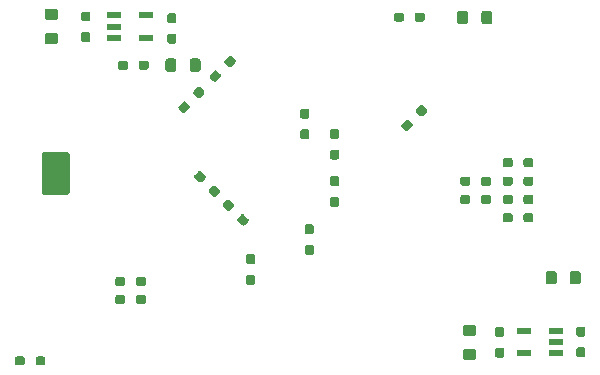
<source format=gbr>
G04 #@! TF.GenerationSoftware,KiCad,Pcbnew,(5.1.5)-3*
G04 #@! TF.CreationDate,2020-07-07T13:40:07+02:00*
G04 #@! TF.ProjectId,n64rgbv2.1,6e363472-6762-4763-922e-312e6b696361,rev?*
G04 #@! TF.SameCoordinates,Original*
G04 #@! TF.FileFunction,Paste,Bot*
G04 #@! TF.FilePolarity,Positive*
%FSLAX46Y46*%
G04 Gerber Fmt 4.6, Leading zero omitted, Abs format (unit mm)*
G04 Created by KiCad (PCBNEW (5.1.5)-3) date 2020-07-07 13:40:07*
%MOMM*%
%LPD*%
G04 APERTURE LIST*
%ADD10C,0.100000*%
%ADD11R,1.248000X0.520000*%
G04 APERTURE END LIST*
D10*
G36*
X122903524Y-101325156D02*
G01*
X122926822Y-101328612D01*
X122949668Y-101334334D01*
X122971844Y-101342269D01*
X122993135Y-101352339D01*
X123013337Y-101364447D01*
X123032254Y-101378477D01*
X123049706Y-101394294D01*
X123065523Y-101411746D01*
X123079553Y-101430663D01*
X123091661Y-101450865D01*
X123101731Y-101472156D01*
X123109666Y-101494332D01*
X123115388Y-101517178D01*
X123118844Y-101540476D01*
X123120000Y-101564000D01*
X123120000Y-104684000D01*
X123118844Y-104707524D01*
X123115388Y-104730822D01*
X123109666Y-104753668D01*
X123101731Y-104775844D01*
X123091661Y-104797135D01*
X123079553Y-104817337D01*
X123065523Y-104836254D01*
X123049706Y-104853706D01*
X123032254Y-104869523D01*
X123013337Y-104883553D01*
X122993135Y-104895661D01*
X122971844Y-104905731D01*
X122949668Y-104913666D01*
X122926822Y-104919388D01*
X122903524Y-104922844D01*
X122880000Y-104924000D01*
X120960000Y-104924000D01*
X120936476Y-104922844D01*
X120913178Y-104919388D01*
X120890332Y-104913666D01*
X120868156Y-104905731D01*
X120846865Y-104895661D01*
X120826663Y-104883553D01*
X120807746Y-104869523D01*
X120790294Y-104853706D01*
X120774477Y-104836254D01*
X120760447Y-104817337D01*
X120748339Y-104797135D01*
X120738269Y-104775844D01*
X120730334Y-104753668D01*
X120724612Y-104730822D01*
X120721156Y-104707524D01*
X120720000Y-104684000D01*
X120720000Y-101564000D01*
X120721156Y-101540476D01*
X120724612Y-101517178D01*
X120730334Y-101494332D01*
X120738269Y-101472156D01*
X120748339Y-101450865D01*
X120760447Y-101430663D01*
X120774477Y-101411746D01*
X120790294Y-101394294D01*
X120807746Y-101378477D01*
X120826663Y-101364447D01*
X120846865Y-101352339D01*
X120868156Y-101342269D01*
X120890332Y-101334334D01*
X120913178Y-101328612D01*
X120936476Y-101325156D01*
X120960000Y-101324000D01*
X122880000Y-101324000D01*
X122903524Y-101325156D01*
G37*
D11*
X161563240Y-116464040D03*
X161563240Y-118364040D03*
X164263240Y-118364040D03*
X164263240Y-117414040D03*
X164263240Y-116464040D03*
X129530920Y-91643280D03*
X129530920Y-89743280D03*
X126830920Y-89743280D03*
X126830920Y-90693280D03*
X126830920Y-91643280D03*
D10*
G36*
X129393623Y-111888915D02*
G01*
X129412067Y-111891651D01*
X129430154Y-111896181D01*
X129447710Y-111902463D01*
X129464565Y-111910435D01*
X129480558Y-111920021D01*
X129495535Y-111931128D01*
X129509350Y-111943650D01*
X129521872Y-111957465D01*
X129532979Y-111972442D01*
X129542565Y-111988435D01*
X129550537Y-112005290D01*
X129556819Y-112022846D01*
X129561349Y-112040933D01*
X129564085Y-112059377D01*
X129565000Y-112078000D01*
X129565000Y-112458000D01*
X129564085Y-112476623D01*
X129561349Y-112495067D01*
X129556819Y-112513154D01*
X129550537Y-112530710D01*
X129542565Y-112547565D01*
X129532979Y-112563558D01*
X129521872Y-112578535D01*
X129509350Y-112592350D01*
X129495535Y-112604872D01*
X129480558Y-112615979D01*
X129464565Y-112625565D01*
X129447710Y-112633537D01*
X129430154Y-112639819D01*
X129412067Y-112644349D01*
X129393623Y-112647085D01*
X129375000Y-112648000D01*
X128915000Y-112648000D01*
X128896377Y-112647085D01*
X128877933Y-112644349D01*
X128859846Y-112639819D01*
X128842290Y-112633537D01*
X128825435Y-112625565D01*
X128809442Y-112615979D01*
X128794465Y-112604872D01*
X128780650Y-112592350D01*
X128768128Y-112578535D01*
X128757021Y-112563558D01*
X128747435Y-112547565D01*
X128739463Y-112530710D01*
X128733181Y-112513154D01*
X128728651Y-112495067D01*
X128725915Y-112476623D01*
X128725000Y-112458000D01*
X128725000Y-112078000D01*
X128725915Y-112059377D01*
X128728651Y-112040933D01*
X128733181Y-112022846D01*
X128739463Y-112005290D01*
X128747435Y-111988435D01*
X128757021Y-111972442D01*
X128768128Y-111957465D01*
X128780650Y-111943650D01*
X128794465Y-111931128D01*
X128809442Y-111920021D01*
X128825435Y-111910435D01*
X128842290Y-111902463D01*
X128859846Y-111896181D01*
X128877933Y-111891651D01*
X128896377Y-111888915D01*
X128915000Y-111888000D01*
X129375000Y-111888000D01*
X129393623Y-111888915D01*
G37*
G36*
X127643623Y-111888915D02*
G01*
X127662067Y-111891651D01*
X127680154Y-111896181D01*
X127697710Y-111902463D01*
X127714565Y-111910435D01*
X127730558Y-111920021D01*
X127745535Y-111931128D01*
X127759350Y-111943650D01*
X127771872Y-111957465D01*
X127782979Y-111972442D01*
X127792565Y-111988435D01*
X127800537Y-112005290D01*
X127806819Y-112022846D01*
X127811349Y-112040933D01*
X127814085Y-112059377D01*
X127815000Y-112078000D01*
X127815000Y-112458000D01*
X127814085Y-112476623D01*
X127811349Y-112495067D01*
X127806819Y-112513154D01*
X127800537Y-112530710D01*
X127792565Y-112547565D01*
X127782979Y-112563558D01*
X127771872Y-112578535D01*
X127759350Y-112592350D01*
X127745535Y-112604872D01*
X127730558Y-112615979D01*
X127714565Y-112625565D01*
X127697710Y-112633537D01*
X127680154Y-112639819D01*
X127662067Y-112644349D01*
X127643623Y-112647085D01*
X127625000Y-112648000D01*
X127165000Y-112648000D01*
X127146377Y-112647085D01*
X127127933Y-112644349D01*
X127109846Y-112639819D01*
X127092290Y-112633537D01*
X127075435Y-112625565D01*
X127059442Y-112615979D01*
X127044465Y-112604872D01*
X127030650Y-112592350D01*
X127018128Y-112578535D01*
X127007021Y-112563558D01*
X126997435Y-112547565D01*
X126989463Y-112530710D01*
X126983181Y-112513154D01*
X126978651Y-112495067D01*
X126975915Y-112476623D01*
X126975000Y-112458000D01*
X126975000Y-112078000D01*
X126975915Y-112059377D01*
X126978651Y-112040933D01*
X126983181Y-112022846D01*
X126989463Y-112005290D01*
X126997435Y-111988435D01*
X127007021Y-111972442D01*
X127018128Y-111957465D01*
X127030650Y-111943650D01*
X127044465Y-111931128D01*
X127059442Y-111920021D01*
X127075435Y-111910435D01*
X127092290Y-111902463D01*
X127109846Y-111896181D01*
X127127933Y-111891651D01*
X127146377Y-111888915D01*
X127165000Y-111888000D01*
X127625000Y-111888000D01*
X127643623Y-111888915D01*
G37*
G36*
X129393623Y-113412915D02*
G01*
X129412067Y-113415651D01*
X129430154Y-113420181D01*
X129447710Y-113426463D01*
X129464565Y-113434435D01*
X129480558Y-113444021D01*
X129495535Y-113455128D01*
X129509350Y-113467650D01*
X129521872Y-113481465D01*
X129532979Y-113496442D01*
X129542565Y-113512435D01*
X129550537Y-113529290D01*
X129556819Y-113546846D01*
X129561349Y-113564933D01*
X129564085Y-113583377D01*
X129565000Y-113602000D01*
X129565000Y-113982000D01*
X129564085Y-114000623D01*
X129561349Y-114019067D01*
X129556819Y-114037154D01*
X129550537Y-114054710D01*
X129542565Y-114071565D01*
X129532979Y-114087558D01*
X129521872Y-114102535D01*
X129509350Y-114116350D01*
X129495535Y-114128872D01*
X129480558Y-114139979D01*
X129464565Y-114149565D01*
X129447710Y-114157537D01*
X129430154Y-114163819D01*
X129412067Y-114168349D01*
X129393623Y-114171085D01*
X129375000Y-114172000D01*
X128915000Y-114172000D01*
X128896377Y-114171085D01*
X128877933Y-114168349D01*
X128859846Y-114163819D01*
X128842290Y-114157537D01*
X128825435Y-114149565D01*
X128809442Y-114139979D01*
X128794465Y-114128872D01*
X128780650Y-114116350D01*
X128768128Y-114102535D01*
X128757021Y-114087558D01*
X128747435Y-114071565D01*
X128739463Y-114054710D01*
X128733181Y-114037154D01*
X128728651Y-114019067D01*
X128725915Y-114000623D01*
X128725000Y-113982000D01*
X128725000Y-113602000D01*
X128725915Y-113583377D01*
X128728651Y-113564933D01*
X128733181Y-113546846D01*
X128739463Y-113529290D01*
X128747435Y-113512435D01*
X128757021Y-113496442D01*
X128768128Y-113481465D01*
X128780650Y-113467650D01*
X128794465Y-113455128D01*
X128809442Y-113444021D01*
X128825435Y-113434435D01*
X128842290Y-113426463D01*
X128859846Y-113420181D01*
X128877933Y-113415651D01*
X128896377Y-113412915D01*
X128915000Y-113412000D01*
X129375000Y-113412000D01*
X129393623Y-113412915D01*
G37*
G36*
X127643623Y-113412915D02*
G01*
X127662067Y-113415651D01*
X127680154Y-113420181D01*
X127697710Y-113426463D01*
X127714565Y-113434435D01*
X127730558Y-113444021D01*
X127745535Y-113455128D01*
X127759350Y-113467650D01*
X127771872Y-113481465D01*
X127782979Y-113496442D01*
X127792565Y-113512435D01*
X127800537Y-113529290D01*
X127806819Y-113546846D01*
X127811349Y-113564933D01*
X127814085Y-113583377D01*
X127815000Y-113602000D01*
X127815000Y-113982000D01*
X127814085Y-114000623D01*
X127811349Y-114019067D01*
X127806819Y-114037154D01*
X127800537Y-114054710D01*
X127792565Y-114071565D01*
X127782979Y-114087558D01*
X127771872Y-114102535D01*
X127759350Y-114116350D01*
X127745535Y-114128872D01*
X127730558Y-114139979D01*
X127714565Y-114149565D01*
X127697710Y-114157537D01*
X127680154Y-114163819D01*
X127662067Y-114168349D01*
X127643623Y-114171085D01*
X127625000Y-114172000D01*
X127165000Y-114172000D01*
X127146377Y-114171085D01*
X127127933Y-114168349D01*
X127109846Y-114163819D01*
X127092290Y-114157537D01*
X127075435Y-114149565D01*
X127059442Y-114139979D01*
X127044465Y-114128872D01*
X127030650Y-114116350D01*
X127018128Y-114102535D01*
X127007021Y-114087558D01*
X126997435Y-114071565D01*
X126989463Y-114054710D01*
X126983181Y-114037154D01*
X126978651Y-114019067D01*
X126975915Y-114000623D01*
X126975000Y-113982000D01*
X126975000Y-113602000D01*
X126975915Y-113583377D01*
X126978651Y-113564933D01*
X126983181Y-113546846D01*
X126989463Y-113529290D01*
X126997435Y-113512435D01*
X127007021Y-113496442D01*
X127018128Y-113481465D01*
X127030650Y-113467650D01*
X127044465Y-113455128D01*
X127059442Y-113444021D01*
X127075435Y-113434435D01*
X127092290Y-113426463D01*
X127109846Y-113420181D01*
X127127933Y-113415651D01*
X127146377Y-113412915D01*
X127165000Y-113412000D01*
X127625000Y-113412000D01*
X127643623Y-113412915D01*
G37*
G36*
X120884623Y-118619915D02*
G01*
X120903067Y-118622651D01*
X120921154Y-118627181D01*
X120938710Y-118633463D01*
X120955565Y-118641435D01*
X120971558Y-118651021D01*
X120986535Y-118662128D01*
X121000350Y-118674650D01*
X121012872Y-118688465D01*
X121023979Y-118703442D01*
X121033565Y-118719435D01*
X121041537Y-118736290D01*
X121047819Y-118753846D01*
X121052349Y-118771933D01*
X121055085Y-118790377D01*
X121056000Y-118809000D01*
X121056000Y-119189000D01*
X121055085Y-119207623D01*
X121052349Y-119226067D01*
X121047819Y-119244154D01*
X121041537Y-119261710D01*
X121033565Y-119278565D01*
X121023979Y-119294558D01*
X121012872Y-119309535D01*
X121000350Y-119323350D01*
X120986535Y-119335872D01*
X120971558Y-119346979D01*
X120955565Y-119356565D01*
X120938710Y-119364537D01*
X120921154Y-119370819D01*
X120903067Y-119375349D01*
X120884623Y-119378085D01*
X120866000Y-119379000D01*
X120406000Y-119379000D01*
X120387377Y-119378085D01*
X120368933Y-119375349D01*
X120350846Y-119370819D01*
X120333290Y-119364537D01*
X120316435Y-119356565D01*
X120300442Y-119346979D01*
X120285465Y-119335872D01*
X120271650Y-119323350D01*
X120259128Y-119309535D01*
X120248021Y-119294558D01*
X120238435Y-119278565D01*
X120230463Y-119261710D01*
X120224181Y-119244154D01*
X120219651Y-119226067D01*
X120216915Y-119207623D01*
X120216000Y-119189000D01*
X120216000Y-118809000D01*
X120216915Y-118790377D01*
X120219651Y-118771933D01*
X120224181Y-118753846D01*
X120230463Y-118736290D01*
X120238435Y-118719435D01*
X120248021Y-118703442D01*
X120259128Y-118688465D01*
X120271650Y-118674650D01*
X120285465Y-118662128D01*
X120300442Y-118651021D01*
X120316435Y-118641435D01*
X120333290Y-118633463D01*
X120350846Y-118627181D01*
X120368933Y-118622651D01*
X120387377Y-118619915D01*
X120406000Y-118619000D01*
X120866000Y-118619000D01*
X120884623Y-118619915D01*
G37*
G36*
X119134623Y-118619915D02*
G01*
X119153067Y-118622651D01*
X119171154Y-118627181D01*
X119188710Y-118633463D01*
X119205565Y-118641435D01*
X119221558Y-118651021D01*
X119236535Y-118662128D01*
X119250350Y-118674650D01*
X119262872Y-118688465D01*
X119273979Y-118703442D01*
X119283565Y-118719435D01*
X119291537Y-118736290D01*
X119297819Y-118753846D01*
X119302349Y-118771933D01*
X119305085Y-118790377D01*
X119306000Y-118809000D01*
X119306000Y-119189000D01*
X119305085Y-119207623D01*
X119302349Y-119226067D01*
X119297819Y-119244154D01*
X119291537Y-119261710D01*
X119283565Y-119278565D01*
X119273979Y-119294558D01*
X119262872Y-119309535D01*
X119250350Y-119323350D01*
X119236535Y-119335872D01*
X119221558Y-119346979D01*
X119205565Y-119356565D01*
X119188710Y-119364537D01*
X119171154Y-119370819D01*
X119153067Y-119375349D01*
X119134623Y-119378085D01*
X119116000Y-119379000D01*
X118656000Y-119379000D01*
X118637377Y-119378085D01*
X118618933Y-119375349D01*
X118600846Y-119370819D01*
X118583290Y-119364537D01*
X118566435Y-119356565D01*
X118550442Y-119346979D01*
X118535465Y-119335872D01*
X118521650Y-119323350D01*
X118509128Y-119309535D01*
X118498021Y-119294558D01*
X118488435Y-119278565D01*
X118480463Y-119261710D01*
X118474181Y-119244154D01*
X118469651Y-119226067D01*
X118466915Y-119207623D01*
X118466000Y-119189000D01*
X118466000Y-118809000D01*
X118466915Y-118790377D01*
X118469651Y-118771933D01*
X118474181Y-118753846D01*
X118480463Y-118736290D01*
X118488435Y-118719435D01*
X118498021Y-118703442D01*
X118509128Y-118688465D01*
X118521650Y-118674650D01*
X118535465Y-118662128D01*
X118550442Y-118651021D01*
X118566435Y-118641435D01*
X118583290Y-118633463D01*
X118600846Y-118627181D01*
X118618933Y-118622651D01*
X118637377Y-118619915D01*
X118656000Y-118619000D01*
X119116000Y-118619000D01*
X119134623Y-118619915D01*
G37*
G36*
X129617043Y-93580595D02*
G01*
X129635487Y-93583331D01*
X129653574Y-93587861D01*
X129671130Y-93594143D01*
X129687985Y-93602115D01*
X129703978Y-93611701D01*
X129718955Y-93622808D01*
X129732770Y-93635330D01*
X129745292Y-93649145D01*
X129756399Y-93664122D01*
X129765985Y-93680115D01*
X129773957Y-93696970D01*
X129780239Y-93714526D01*
X129784769Y-93732613D01*
X129787505Y-93751057D01*
X129788420Y-93769680D01*
X129788420Y-94149680D01*
X129787505Y-94168303D01*
X129784769Y-94186747D01*
X129780239Y-94204834D01*
X129773957Y-94222390D01*
X129765985Y-94239245D01*
X129756399Y-94255238D01*
X129745292Y-94270215D01*
X129732770Y-94284030D01*
X129718955Y-94296552D01*
X129703978Y-94307659D01*
X129687985Y-94317245D01*
X129671130Y-94325217D01*
X129653574Y-94331499D01*
X129635487Y-94336029D01*
X129617043Y-94338765D01*
X129598420Y-94339680D01*
X129138420Y-94339680D01*
X129119797Y-94338765D01*
X129101353Y-94336029D01*
X129083266Y-94331499D01*
X129065710Y-94325217D01*
X129048855Y-94317245D01*
X129032862Y-94307659D01*
X129017885Y-94296552D01*
X129004070Y-94284030D01*
X128991548Y-94270215D01*
X128980441Y-94255238D01*
X128970855Y-94239245D01*
X128962883Y-94222390D01*
X128956601Y-94204834D01*
X128952071Y-94186747D01*
X128949335Y-94168303D01*
X128948420Y-94149680D01*
X128948420Y-93769680D01*
X128949335Y-93751057D01*
X128952071Y-93732613D01*
X128956601Y-93714526D01*
X128962883Y-93696970D01*
X128970855Y-93680115D01*
X128980441Y-93664122D01*
X128991548Y-93649145D01*
X129004070Y-93635330D01*
X129017885Y-93622808D01*
X129032862Y-93611701D01*
X129048855Y-93602115D01*
X129065710Y-93594143D01*
X129083266Y-93587861D01*
X129101353Y-93583331D01*
X129119797Y-93580595D01*
X129138420Y-93579680D01*
X129598420Y-93579680D01*
X129617043Y-93580595D01*
G37*
G36*
X127867043Y-93580595D02*
G01*
X127885487Y-93583331D01*
X127903574Y-93587861D01*
X127921130Y-93594143D01*
X127937985Y-93602115D01*
X127953978Y-93611701D01*
X127968955Y-93622808D01*
X127982770Y-93635330D01*
X127995292Y-93649145D01*
X128006399Y-93664122D01*
X128015985Y-93680115D01*
X128023957Y-93696970D01*
X128030239Y-93714526D01*
X128034769Y-93732613D01*
X128037505Y-93751057D01*
X128038420Y-93769680D01*
X128038420Y-94149680D01*
X128037505Y-94168303D01*
X128034769Y-94186747D01*
X128030239Y-94204834D01*
X128023957Y-94222390D01*
X128015985Y-94239245D01*
X128006399Y-94255238D01*
X127995292Y-94270215D01*
X127982770Y-94284030D01*
X127968955Y-94296552D01*
X127953978Y-94307659D01*
X127937985Y-94317245D01*
X127921130Y-94325217D01*
X127903574Y-94331499D01*
X127885487Y-94336029D01*
X127867043Y-94338765D01*
X127848420Y-94339680D01*
X127388420Y-94339680D01*
X127369797Y-94338765D01*
X127351353Y-94336029D01*
X127333266Y-94331499D01*
X127315710Y-94325217D01*
X127298855Y-94317245D01*
X127282862Y-94307659D01*
X127267885Y-94296552D01*
X127254070Y-94284030D01*
X127241548Y-94270215D01*
X127230441Y-94255238D01*
X127220855Y-94239245D01*
X127212883Y-94222390D01*
X127206601Y-94204834D01*
X127202071Y-94186747D01*
X127199335Y-94168303D01*
X127198420Y-94149680D01*
X127198420Y-93769680D01*
X127199335Y-93751057D01*
X127202071Y-93732613D01*
X127206601Y-93714526D01*
X127212883Y-93696970D01*
X127220855Y-93680115D01*
X127230441Y-93664122D01*
X127241548Y-93649145D01*
X127254070Y-93635330D01*
X127267885Y-93622808D01*
X127282862Y-93611701D01*
X127298855Y-93602115D01*
X127315710Y-93594143D01*
X127333266Y-93587861D01*
X127351353Y-93583331D01*
X127369797Y-93580595D01*
X127388420Y-93579680D01*
X127848420Y-93579680D01*
X127867043Y-93580595D01*
G37*
G36*
X159720623Y-117869955D02*
G01*
X159739067Y-117872691D01*
X159757154Y-117877221D01*
X159774710Y-117883503D01*
X159791565Y-117891475D01*
X159807558Y-117901061D01*
X159822535Y-117912168D01*
X159836350Y-117924690D01*
X159848872Y-117938505D01*
X159859979Y-117953482D01*
X159869565Y-117969475D01*
X159877537Y-117986330D01*
X159883819Y-118003886D01*
X159888349Y-118021973D01*
X159891085Y-118040417D01*
X159892000Y-118059040D01*
X159892000Y-118519040D01*
X159891085Y-118537663D01*
X159888349Y-118556107D01*
X159883819Y-118574194D01*
X159877537Y-118591750D01*
X159869565Y-118608605D01*
X159859979Y-118624598D01*
X159848872Y-118639575D01*
X159836350Y-118653390D01*
X159822535Y-118665912D01*
X159807558Y-118677019D01*
X159791565Y-118686605D01*
X159774710Y-118694577D01*
X159757154Y-118700859D01*
X159739067Y-118705389D01*
X159720623Y-118708125D01*
X159702000Y-118709040D01*
X159322000Y-118709040D01*
X159303377Y-118708125D01*
X159284933Y-118705389D01*
X159266846Y-118700859D01*
X159249290Y-118694577D01*
X159232435Y-118686605D01*
X159216442Y-118677019D01*
X159201465Y-118665912D01*
X159187650Y-118653390D01*
X159175128Y-118639575D01*
X159164021Y-118624598D01*
X159154435Y-118608605D01*
X159146463Y-118591750D01*
X159140181Y-118574194D01*
X159135651Y-118556107D01*
X159132915Y-118537663D01*
X159132000Y-118519040D01*
X159132000Y-118059040D01*
X159132915Y-118040417D01*
X159135651Y-118021973D01*
X159140181Y-118003886D01*
X159146463Y-117986330D01*
X159154435Y-117969475D01*
X159164021Y-117953482D01*
X159175128Y-117938505D01*
X159187650Y-117924690D01*
X159201465Y-117912168D01*
X159216442Y-117901061D01*
X159232435Y-117891475D01*
X159249290Y-117883503D01*
X159266846Y-117877221D01*
X159284933Y-117872691D01*
X159303377Y-117869955D01*
X159322000Y-117869040D01*
X159702000Y-117869040D01*
X159720623Y-117869955D01*
G37*
G36*
X159720623Y-116119955D02*
G01*
X159739067Y-116122691D01*
X159757154Y-116127221D01*
X159774710Y-116133503D01*
X159791565Y-116141475D01*
X159807558Y-116151061D01*
X159822535Y-116162168D01*
X159836350Y-116174690D01*
X159848872Y-116188505D01*
X159859979Y-116203482D01*
X159869565Y-116219475D01*
X159877537Y-116236330D01*
X159883819Y-116253886D01*
X159888349Y-116271973D01*
X159891085Y-116290417D01*
X159892000Y-116309040D01*
X159892000Y-116769040D01*
X159891085Y-116787663D01*
X159888349Y-116806107D01*
X159883819Y-116824194D01*
X159877537Y-116841750D01*
X159869565Y-116858605D01*
X159859979Y-116874598D01*
X159848872Y-116889575D01*
X159836350Y-116903390D01*
X159822535Y-116915912D01*
X159807558Y-116927019D01*
X159791565Y-116936605D01*
X159774710Y-116944577D01*
X159757154Y-116950859D01*
X159739067Y-116955389D01*
X159720623Y-116958125D01*
X159702000Y-116959040D01*
X159322000Y-116959040D01*
X159303377Y-116958125D01*
X159284933Y-116955389D01*
X159266846Y-116950859D01*
X159249290Y-116944577D01*
X159232435Y-116936605D01*
X159216442Y-116927019D01*
X159201465Y-116915912D01*
X159187650Y-116903390D01*
X159175128Y-116889575D01*
X159164021Y-116874598D01*
X159154435Y-116858605D01*
X159146463Y-116841750D01*
X159140181Y-116824194D01*
X159135651Y-116806107D01*
X159132915Y-116787663D01*
X159132000Y-116769040D01*
X159132000Y-116309040D01*
X159132915Y-116290417D01*
X159135651Y-116271973D01*
X159140181Y-116253886D01*
X159146463Y-116236330D01*
X159154435Y-116219475D01*
X159164021Y-116203482D01*
X159175128Y-116188505D01*
X159187650Y-116174690D01*
X159201465Y-116162168D01*
X159216442Y-116151061D01*
X159232435Y-116141475D01*
X159249290Y-116133503D01*
X159266846Y-116127221D01*
X159284933Y-116122691D01*
X159303377Y-116119955D01*
X159322000Y-116119040D01*
X159702000Y-116119040D01*
X159720623Y-116119955D01*
G37*
G36*
X166593863Y-117844455D02*
G01*
X166612307Y-117847191D01*
X166630394Y-117851721D01*
X166647950Y-117858003D01*
X166664805Y-117865975D01*
X166680798Y-117875561D01*
X166695775Y-117886668D01*
X166709590Y-117899190D01*
X166722112Y-117913005D01*
X166733219Y-117927982D01*
X166742805Y-117943975D01*
X166750777Y-117960830D01*
X166757059Y-117978386D01*
X166761589Y-117996473D01*
X166764325Y-118014917D01*
X166765240Y-118033540D01*
X166765240Y-118493540D01*
X166764325Y-118512163D01*
X166761589Y-118530607D01*
X166757059Y-118548694D01*
X166750777Y-118566250D01*
X166742805Y-118583105D01*
X166733219Y-118599098D01*
X166722112Y-118614075D01*
X166709590Y-118627890D01*
X166695775Y-118640412D01*
X166680798Y-118651519D01*
X166664805Y-118661105D01*
X166647950Y-118669077D01*
X166630394Y-118675359D01*
X166612307Y-118679889D01*
X166593863Y-118682625D01*
X166575240Y-118683540D01*
X166195240Y-118683540D01*
X166176617Y-118682625D01*
X166158173Y-118679889D01*
X166140086Y-118675359D01*
X166122530Y-118669077D01*
X166105675Y-118661105D01*
X166089682Y-118651519D01*
X166074705Y-118640412D01*
X166060890Y-118627890D01*
X166048368Y-118614075D01*
X166037261Y-118599098D01*
X166027675Y-118583105D01*
X166019703Y-118566250D01*
X166013421Y-118548694D01*
X166008891Y-118530607D01*
X166006155Y-118512163D01*
X166005240Y-118493540D01*
X166005240Y-118033540D01*
X166006155Y-118014917D01*
X166008891Y-117996473D01*
X166013421Y-117978386D01*
X166019703Y-117960830D01*
X166027675Y-117943975D01*
X166037261Y-117927982D01*
X166048368Y-117913005D01*
X166060890Y-117899190D01*
X166074705Y-117886668D01*
X166089682Y-117875561D01*
X166105675Y-117865975D01*
X166122530Y-117858003D01*
X166140086Y-117851721D01*
X166158173Y-117847191D01*
X166176617Y-117844455D01*
X166195240Y-117843540D01*
X166575240Y-117843540D01*
X166593863Y-117844455D01*
G37*
G36*
X166593863Y-116094455D02*
G01*
X166612307Y-116097191D01*
X166630394Y-116101721D01*
X166647950Y-116108003D01*
X166664805Y-116115975D01*
X166680798Y-116125561D01*
X166695775Y-116136668D01*
X166709590Y-116149190D01*
X166722112Y-116163005D01*
X166733219Y-116177982D01*
X166742805Y-116193975D01*
X166750777Y-116210830D01*
X166757059Y-116228386D01*
X166761589Y-116246473D01*
X166764325Y-116264917D01*
X166765240Y-116283540D01*
X166765240Y-116743540D01*
X166764325Y-116762163D01*
X166761589Y-116780607D01*
X166757059Y-116798694D01*
X166750777Y-116816250D01*
X166742805Y-116833105D01*
X166733219Y-116849098D01*
X166722112Y-116864075D01*
X166709590Y-116877890D01*
X166695775Y-116890412D01*
X166680798Y-116901519D01*
X166664805Y-116911105D01*
X166647950Y-116919077D01*
X166630394Y-116925359D01*
X166612307Y-116929889D01*
X166593863Y-116932625D01*
X166575240Y-116933540D01*
X166195240Y-116933540D01*
X166176617Y-116932625D01*
X166158173Y-116929889D01*
X166140086Y-116925359D01*
X166122530Y-116919077D01*
X166105675Y-116911105D01*
X166089682Y-116901519D01*
X166074705Y-116890412D01*
X166060890Y-116877890D01*
X166048368Y-116864075D01*
X166037261Y-116849098D01*
X166027675Y-116833105D01*
X166019703Y-116816250D01*
X166013421Y-116798694D01*
X166008891Y-116780607D01*
X166006155Y-116762163D01*
X166005240Y-116743540D01*
X166005240Y-116283540D01*
X166006155Y-116264917D01*
X166008891Y-116246473D01*
X166013421Y-116228386D01*
X166019703Y-116210830D01*
X166027675Y-116193975D01*
X166037261Y-116177982D01*
X166048368Y-116163005D01*
X166060890Y-116149190D01*
X166074705Y-116136668D01*
X166089682Y-116125561D01*
X166105675Y-116115975D01*
X166122530Y-116108003D01*
X166140086Y-116101721D01*
X166158173Y-116097191D01*
X166176617Y-116094455D01*
X166195240Y-116093540D01*
X166575240Y-116093540D01*
X166593863Y-116094455D01*
G37*
G36*
X131963503Y-89551455D02*
G01*
X131981947Y-89554191D01*
X132000034Y-89558721D01*
X132017590Y-89565003D01*
X132034445Y-89572975D01*
X132050438Y-89582561D01*
X132065415Y-89593668D01*
X132079230Y-89606190D01*
X132091752Y-89620005D01*
X132102859Y-89634982D01*
X132112445Y-89650975D01*
X132120417Y-89667830D01*
X132126699Y-89685386D01*
X132131229Y-89703473D01*
X132133965Y-89721917D01*
X132134880Y-89740540D01*
X132134880Y-90200540D01*
X132133965Y-90219163D01*
X132131229Y-90237607D01*
X132126699Y-90255694D01*
X132120417Y-90273250D01*
X132112445Y-90290105D01*
X132102859Y-90306098D01*
X132091752Y-90321075D01*
X132079230Y-90334890D01*
X132065415Y-90347412D01*
X132050438Y-90358519D01*
X132034445Y-90368105D01*
X132017590Y-90376077D01*
X132000034Y-90382359D01*
X131981947Y-90386889D01*
X131963503Y-90389625D01*
X131944880Y-90390540D01*
X131564880Y-90390540D01*
X131546257Y-90389625D01*
X131527813Y-90386889D01*
X131509726Y-90382359D01*
X131492170Y-90376077D01*
X131475315Y-90368105D01*
X131459322Y-90358519D01*
X131444345Y-90347412D01*
X131430530Y-90334890D01*
X131418008Y-90321075D01*
X131406901Y-90306098D01*
X131397315Y-90290105D01*
X131389343Y-90273250D01*
X131383061Y-90255694D01*
X131378531Y-90237607D01*
X131375795Y-90219163D01*
X131374880Y-90200540D01*
X131374880Y-89740540D01*
X131375795Y-89721917D01*
X131378531Y-89703473D01*
X131383061Y-89685386D01*
X131389343Y-89667830D01*
X131397315Y-89650975D01*
X131406901Y-89634982D01*
X131418008Y-89620005D01*
X131430530Y-89606190D01*
X131444345Y-89593668D01*
X131459322Y-89582561D01*
X131475315Y-89572975D01*
X131492170Y-89565003D01*
X131509726Y-89558721D01*
X131527813Y-89554191D01*
X131546257Y-89551455D01*
X131564880Y-89550540D01*
X131944880Y-89550540D01*
X131963503Y-89551455D01*
G37*
G36*
X131963503Y-91301455D02*
G01*
X131981947Y-91304191D01*
X132000034Y-91308721D01*
X132017590Y-91315003D01*
X132034445Y-91322975D01*
X132050438Y-91332561D01*
X132065415Y-91343668D01*
X132079230Y-91356190D01*
X132091752Y-91370005D01*
X132102859Y-91384982D01*
X132112445Y-91400975D01*
X132120417Y-91417830D01*
X132126699Y-91435386D01*
X132131229Y-91453473D01*
X132133965Y-91471917D01*
X132134880Y-91490540D01*
X132134880Y-91950540D01*
X132133965Y-91969163D01*
X132131229Y-91987607D01*
X132126699Y-92005694D01*
X132120417Y-92023250D01*
X132112445Y-92040105D01*
X132102859Y-92056098D01*
X132091752Y-92071075D01*
X132079230Y-92084890D01*
X132065415Y-92097412D01*
X132050438Y-92108519D01*
X132034445Y-92118105D01*
X132017590Y-92126077D01*
X132000034Y-92132359D01*
X131981947Y-92136889D01*
X131963503Y-92139625D01*
X131944880Y-92140540D01*
X131564880Y-92140540D01*
X131546257Y-92139625D01*
X131527813Y-92136889D01*
X131509726Y-92132359D01*
X131492170Y-92126077D01*
X131475315Y-92118105D01*
X131459322Y-92108519D01*
X131444345Y-92097412D01*
X131430530Y-92084890D01*
X131418008Y-92071075D01*
X131406901Y-92056098D01*
X131397315Y-92040105D01*
X131389343Y-92023250D01*
X131383061Y-92005694D01*
X131378531Y-91987607D01*
X131375795Y-91969163D01*
X131374880Y-91950540D01*
X131374880Y-91490540D01*
X131375795Y-91471917D01*
X131378531Y-91453473D01*
X131383061Y-91435386D01*
X131389343Y-91417830D01*
X131397315Y-91400975D01*
X131406901Y-91384982D01*
X131418008Y-91370005D01*
X131430530Y-91356190D01*
X131444345Y-91343668D01*
X131459322Y-91332561D01*
X131475315Y-91322975D01*
X131492170Y-91315003D01*
X131509726Y-91308721D01*
X131527813Y-91304191D01*
X131546257Y-91301455D01*
X131564880Y-91300540D01*
X131944880Y-91300540D01*
X131963503Y-91301455D01*
G37*
G36*
X124668623Y-89414395D02*
G01*
X124687067Y-89417131D01*
X124705154Y-89421661D01*
X124722710Y-89427943D01*
X124739565Y-89435915D01*
X124755558Y-89445501D01*
X124770535Y-89456608D01*
X124784350Y-89469130D01*
X124796872Y-89482945D01*
X124807979Y-89497922D01*
X124817565Y-89513915D01*
X124825537Y-89530770D01*
X124831819Y-89548326D01*
X124836349Y-89566413D01*
X124839085Y-89584857D01*
X124840000Y-89603480D01*
X124840000Y-90063480D01*
X124839085Y-90082103D01*
X124836349Y-90100547D01*
X124831819Y-90118634D01*
X124825537Y-90136190D01*
X124817565Y-90153045D01*
X124807979Y-90169038D01*
X124796872Y-90184015D01*
X124784350Y-90197830D01*
X124770535Y-90210352D01*
X124755558Y-90221459D01*
X124739565Y-90231045D01*
X124722710Y-90239017D01*
X124705154Y-90245299D01*
X124687067Y-90249829D01*
X124668623Y-90252565D01*
X124650000Y-90253480D01*
X124270000Y-90253480D01*
X124251377Y-90252565D01*
X124232933Y-90249829D01*
X124214846Y-90245299D01*
X124197290Y-90239017D01*
X124180435Y-90231045D01*
X124164442Y-90221459D01*
X124149465Y-90210352D01*
X124135650Y-90197830D01*
X124123128Y-90184015D01*
X124112021Y-90169038D01*
X124102435Y-90153045D01*
X124094463Y-90136190D01*
X124088181Y-90118634D01*
X124083651Y-90100547D01*
X124080915Y-90082103D01*
X124080000Y-90063480D01*
X124080000Y-89603480D01*
X124080915Y-89584857D01*
X124083651Y-89566413D01*
X124088181Y-89548326D01*
X124094463Y-89530770D01*
X124102435Y-89513915D01*
X124112021Y-89497922D01*
X124123128Y-89482945D01*
X124135650Y-89469130D01*
X124149465Y-89456608D01*
X124164442Y-89445501D01*
X124180435Y-89435915D01*
X124197290Y-89427943D01*
X124214846Y-89421661D01*
X124232933Y-89417131D01*
X124251377Y-89414395D01*
X124270000Y-89413480D01*
X124650000Y-89413480D01*
X124668623Y-89414395D01*
G37*
G36*
X124668623Y-91164395D02*
G01*
X124687067Y-91167131D01*
X124705154Y-91171661D01*
X124722710Y-91177943D01*
X124739565Y-91185915D01*
X124755558Y-91195501D01*
X124770535Y-91206608D01*
X124784350Y-91219130D01*
X124796872Y-91232945D01*
X124807979Y-91247922D01*
X124817565Y-91263915D01*
X124825537Y-91280770D01*
X124831819Y-91298326D01*
X124836349Y-91316413D01*
X124839085Y-91334857D01*
X124840000Y-91353480D01*
X124840000Y-91813480D01*
X124839085Y-91832103D01*
X124836349Y-91850547D01*
X124831819Y-91868634D01*
X124825537Y-91886190D01*
X124817565Y-91903045D01*
X124807979Y-91919038D01*
X124796872Y-91934015D01*
X124784350Y-91947830D01*
X124770535Y-91960352D01*
X124755558Y-91971459D01*
X124739565Y-91981045D01*
X124722710Y-91989017D01*
X124705154Y-91995299D01*
X124687067Y-91999829D01*
X124668623Y-92002565D01*
X124650000Y-92003480D01*
X124270000Y-92003480D01*
X124251377Y-92002565D01*
X124232933Y-91999829D01*
X124214846Y-91995299D01*
X124197290Y-91989017D01*
X124180435Y-91981045D01*
X124164442Y-91971459D01*
X124149465Y-91960352D01*
X124135650Y-91947830D01*
X124123128Y-91934015D01*
X124112021Y-91919038D01*
X124102435Y-91903045D01*
X124094463Y-91886190D01*
X124088181Y-91868634D01*
X124083651Y-91850547D01*
X124080915Y-91832103D01*
X124080000Y-91813480D01*
X124080000Y-91353480D01*
X124080915Y-91334857D01*
X124083651Y-91316413D01*
X124088181Y-91298326D01*
X124094463Y-91280770D01*
X124102435Y-91263915D01*
X124112021Y-91247922D01*
X124123128Y-91232945D01*
X124135650Y-91219130D01*
X124149465Y-91206608D01*
X124164442Y-91195501D01*
X124180435Y-91185915D01*
X124197290Y-91177943D01*
X124214846Y-91171661D01*
X124232933Y-91167131D01*
X124251377Y-91164395D01*
X124270000Y-91163480D01*
X124650000Y-91163480D01*
X124668623Y-91164395D01*
G37*
G36*
X151240123Y-89503895D02*
G01*
X151258567Y-89506631D01*
X151276654Y-89511161D01*
X151294210Y-89517443D01*
X151311065Y-89525415D01*
X151327058Y-89535001D01*
X151342035Y-89546108D01*
X151355850Y-89558630D01*
X151368372Y-89572445D01*
X151379479Y-89587422D01*
X151389065Y-89603415D01*
X151397037Y-89620270D01*
X151403319Y-89637826D01*
X151407849Y-89655913D01*
X151410585Y-89674357D01*
X151411500Y-89692980D01*
X151411500Y-90072980D01*
X151410585Y-90091603D01*
X151407849Y-90110047D01*
X151403319Y-90128134D01*
X151397037Y-90145690D01*
X151389065Y-90162545D01*
X151379479Y-90178538D01*
X151368372Y-90193515D01*
X151355850Y-90207330D01*
X151342035Y-90219852D01*
X151327058Y-90230959D01*
X151311065Y-90240545D01*
X151294210Y-90248517D01*
X151276654Y-90254799D01*
X151258567Y-90259329D01*
X151240123Y-90262065D01*
X151221500Y-90262980D01*
X150761500Y-90262980D01*
X150742877Y-90262065D01*
X150724433Y-90259329D01*
X150706346Y-90254799D01*
X150688790Y-90248517D01*
X150671935Y-90240545D01*
X150655942Y-90230959D01*
X150640965Y-90219852D01*
X150627150Y-90207330D01*
X150614628Y-90193515D01*
X150603521Y-90178538D01*
X150593935Y-90162545D01*
X150585963Y-90145690D01*
X150579681Y-90128134D01*
X150575151Y-90110047D01*
X150572415Y-90091603D01*
X150571500Y-90072980D01*
X150571500Y-89692980D01*
X150572415Y-89674357D01*
X150575151Y-89655913D01*
X150579681Y-89637826D01*
X150585963Y-89620270D01*
X150593935Y-89603415D01*
X150603521Y-89587422D01*
X150614628Y-89572445D01*
X150627150Y-89558630D01*
X150640965Y-89546108D01*
X150655942Y-89535001D01*
X150671935Y-89525415D01*
X150688790Y-89517443D01*
X150706346Y-89511161D01*
X150724433Y-89506631D01*
X150742877Y-89503895D01*
X150761500Y-89502980D01*
X151221500Y-89502980D01*
X151240123Y-89503895D01*
G37*
G36*
X152990123Y-89503895D02*
G01*
X153008567Y-89506631D01*
X153026654Y-89511161D01*
X153044210Y-89517443D01*
X153061065Y-89525415D01*
X153077058Y-89535001D01*
X153092035Y-89546108D01*
X153105850Y-89558630D01*
X153118372Y-89572445D01*
X153129479Y-89587422D01*
X153139065Y-89603415D01*
X153147037Y-89620270D01*
X153153319Y-89637826D01*
X153157849Y-89655913D01*
X153160585Y-89674357D01*
X153161500Y-89692980D01*
X153161500Y-90072980D01*
X153160585Y-90091603D01*
X153157849Y-90110047D01*
X153153319Y-90128134D01*
X153147037Y-90145690D01*
X153139065Y-90162545D01*
X153129479Y-90178538D01*
X153118372Y-90193515D01*
X153105850Y-90207330D01*
X153092035Y-90219852D01*
X153077058Y-90230959D01*
X153061065Y-90240545D01*
X153044210Y-90248517D01*
X153026654Y-90254799D01*
X153008567Y-90259329D01*
X152990123Y-90262065D01*
X152971500Y-90262980D01*
X152511500Y-90262980D01*
X152492877Y-90262065D01*
X152474433Y-90259329D01*
X152456346Y-90254799D01*
X152438790Y-90248517D01*
X152421935Y-90240545D01*
X152405942Y-90230959D01*
X152390965Y-90219852D01*
X152377150Y-90207330D01*
X152364628Y-90193515D01*
X152353521Y-90178538D01*
X152343935Y-90162545D01*
X152335963Y-90145690D01*
X152329681Y-90128134D01*
X152325151Y-90110047D01*
X152322415Y-90091603D01*
X152321500Y-90072980D01*
X152321500Y-89692980D01*
X152322415Y-89674357D01*
X152325151Y-89655913D01*
X152329681Y-89637826D01*
X152335963Y-89620270D01*
X152343935Y-89603415D01*
X152353521Y-89587422D01*
X152364628Y-89572445D01*
X152377150Y-89558630D01*
X152390965Y-89546108D01*
X152405942Y-89535001D01*
X152421935Y-89525415D01*
X152438790Y-89517443D01*
X152456346Y-89511161D01*
X152474433Y-89506631D01*
X152492877Y-89503895D01*
X152511500Y-89502980D01*
X152971500Y-89502980D01*
X152990123Y-89503895D01*
G37*
G36*
X158706104Y-89356963D02*
G01*
X158725519Y-89359843D01*
X158744558Y-89364612D01*
X158763037Y-89371224D01*
X158780780Y-89379616D01*
X158797614Y-89389706D01*
X158813379Y-89401398D01*
X158827922Y-89414578D01*
X158841102Y-89429121D01*
X158852794Y-89444886D01*
X158862884Y-89461720D01*
X158871276Y-89479463D01*
X158877888Y-89497942D01*
X158882657Y-89516981D01*
X158885537Y-89536396D01*
X158886500Y-89555999D01*
X158886500Y-90276001D01*
X158885537Y-90295604D01*
X158882657Y-90315019D01*
X158877888Y-90334058D01*
X158871276Y-90352537D01*
X158862884Y-90370280D01*
X158852794Y-90387114D01*
X158841102Y-90402879D01*
X158827922Y-90417422D01*
X158813379Y-90430602D01*
X158797614Y-90442294D01*
X158780780Y-90452384D01*
X158763037Y-90460776D01*
X158744558Y-90467388D01*
X158725519Y-90472157D01*
X158706104Y-90475037D01*
X158686501Y-90476000D01*
X158166499Y-90476000D01*
X158146896Y-90475037D01*
X158127481Y-90472157D01*
X158108442Y-90467388D01*
X158089963Y-90460776D01*
X158072220Y-90452384D01*
X158055386Y-90442294D01*
X158039621Y-90430602D01*
X158025078Y-90417422D01*
X158011898Y-90402879D01*
X158000206Y-90387114D01*
X157990116Y-90370280D01*
X157981724Y-90352537D01*
X157975112Y-90334058D01*
X157970343Y-90315019D01*
X157967463Y-90295604D01*
X157966500Y-90276001D01*
X157966500Y-89555999D01*
X157967463Y-89536396D01*
X157970343Y-89516981D01*
X157975112Y-89497942D01*
X157981724Y-89479463D01*
X157990116Y-89461720D01*
X158000206Y-89444886D01*
X158011898Y-89429121D01*
X158025078Y-89414578D01*
X158039621Y-89401398D01*
X158055386Y-89389706D01*
X158072220Y-89379616D01*
X158089963Y-89371224D01*
X158108442Y-89364612D01*
X158127481Y-89359843D01*
X158146896Y-89356963D01*
X158166499Y-89356000D01*
X158686501Y-89356000D01*
X158706104Y-89356963D01*
G37*
G36*
X156656104Y-89356963D02*
G01*
X156675519Y-89359843D01*
X156694558Y-89364612D01*
X156713037Y-89371224D01*
X156730780Y-89379616D01*
X156747614Y-89389706D01*
X156763379Y-89401398D01*
X156777922Y-89414578D01*
X156791102Y-89429121D01*
X156802794Y-89444886D01*
X156812884Y-89461720D01*
X156821276Y-89479463D01*
X156827888Y-89497942D01*
X156832657Y-89516981D01*
X156835537Y-89536396D01*
X156836500Y-89555999D01*
X156836500Y-90276001D01*
X156835537Y-90295604D01*
X156832657Y-90315019D01*
X156827888Y-90334058D01*
X156821276Y-90352537D01*
X156812884Y-90370280D01*
X156802794Y-90387114D01*
X156791102Y-90402879D01*
X156777922Y-90417422D01*
X156763379Y-90430602D01*
X156747614Y-90442294D01*
X156730780Y-90452384D01*
X156713037Y-90460776D01*
X156694558Y-90467388D01*
X156675519Y-90472157D01*
X156656104Y-90475037D01*
X156636501Y-90476000D01*
X156116499Y-90476000D01*
X156096896Y-90475037D01*
X156077481Y-90472157D01*
X156058442Y-90467388D01*
X156039963Y-90460776D01*
X156022220Y-90452384D01*
X156005386Y-90442294D01*
X155989621Y-90430602D01*
X155975078Y-90417422D01*
X155961898Y-90402879D01*
X155950206Y-90387114D01*
X155940116Y-90370280D01*
X155931724Y-90352537D01*
X155925112Y-90334058D01*
X155920343Y-90315019D01*
X155917463Y-90295604D01*
X155916500Y-90276001D01*
X155916500Y-89555999D01*
X155917463Y-89536396D01*
X155920343Y-89516981D01*
X155925112Y-89497942D01*
X155931724Y-89479463D01*
X155940116Y-89461720D01*
X155950206Y-89444886D01*
X155961898Y-89429121D01*
X155975078Y-89414578D01*
X155989621Y-89401398D01*
X156005386Y-89389706D01*
X156022220Y-89379616D01*
X156039963Y-89371224D01*
X156058442Y-89364612D01*
X156077481Y-89359843D01*
X156096896Y-89356963D01*
X156116499Y-89356000D01*
X156636501Y-89356000D01*
X156656104Y-89356963D01*
G37*
G36*
X160445083Y-101830515D02*
G01*
X160463527Y-101833251D01*
X160481614Y-101837781D01*
X160499170Y-101844063D01*
X160516025Y-101852035D01*
X160532018Y-101861621D01*
X160546995Y-101872728D01*
X160560810Y-101885250D01*
X160573332Y-101899065D01*
X160584439Y-101914042D01*
X160594025Y-101930035D01*
X160601997Y-101946890D01*
X160608279Y-101964446D01*
X160612809Y-101982533D01*
X160615545Y-102000977D01*
X160616460Y-102019600D01*
X160616460Y-102399600D01*
X160615545Y-102418223D01*
X160612809Y-102436667D01*
X160608279Y-102454754D01*
X160601997Y-102472310D01*
X160594025Y-102489165D01*
X160584439Y-102505158D01*
X160573332Y-102520135D01*
X160560810Y-102533950D01*
X160546995Y-102546472D01*
X160532018Y-102557579D01*
X160516025Y-102567165D01*
X160499170Y-102575137D01*
X160481614Y-102581419D01*
X160463527Y-102585949D01*
X160445083Y-102588685D01*
X160426460Y-102589600D01*
X159966460Y-102589600D01*
X159947837Y-102588685D01*
X159929393Y-102585949D01*
X159911306Y-102581419D01*
X159893750Y-102575137D01*
X159876895Y-102567165D01*
X159860902Y-102557579D01*
X159845925Y-102546472D01*
X159832110Y-102533950D01*
X159819588Y-102520135D01*
X159808481Y-102505158D01*
X159798895Y-102489165D01*
X159790923Y-102472310D01*
X159784641Y-102454754D01*
X159780111Y-102436667D01*
X159777375Y-102418223D01*
X159776460Y-102399600D01*
X159776460Y-102019600D01*
X159777375Y-102000977D01*
X159780111Y-101982533D01*
X159784641Y-101964446D01*
X159790923Y-101946890D01*
X159798895Y-101930035D01*
X159808481Y-101914042D01*
X159819588Y-101899065D01*
X159832110Y-101885250D01*
X159845925Y-101872728D01*
X159860902Y-101861621D01*
X159876895Y-101852035D01*
X159893750Y-101844063D01*
X159911306Y-101837781D01*
X159929393Y-101833251D01*
X159947837Y-101830515D01*
X159966460Y-101829600D01*
X160426460Y-101829600D01*
X160445083Y-101830515D01*
G37*
G36*
X162195083Y-101830515D02*
G01*
X162213527Y-101833251D01*
X162231614Y-101837781D01*
X162249170Y-101844063D01*
X162266025Y-101852035D01*
X162282018Y-101861621D01*
X162296995Y-101872728D01*
X162310810Y-101885250D01*
X162323332Y-101899065D01*
X162334439Y-101914042D01*
X162344025Y-101930035D01*
X162351997Y-101946890D01*
X162358279Y-101964446D01*
X162362809Y-101982533D01*
X162365545Y-102000977D01*
X162366460Y-102019600D01*
X162366460Y-102399600D01*
X162365545Y-102418223D01*
X162362809Y-102436667D01*
X162358279Y-102454754D01*
X162351997Y-102472310D01*
X162344025Y-102489165D01*
X162334439Y-102505158D01*
X162323332Y-102520135D01*
X162310810Y-102533950D01*
X162296995Y-102546472D01*
X162282018Y-102557579D01*
X162266025Y-102567165D01*
X162249170Y-102575137D01*
X162231614Y-102581419D01*
X162213527Y-102585949D01*
X162195083Y-102588685D01*
X162176460Y-102589600D01*
X161716460Y-102589600D01*
X161697837Y-102588685D01*
X161679393Y-102585949D01*
X161661306Y-102581419D01*
X161643750Y-102575137D01*
X161626895Y-102567165D01*
X161610902Y-102557579D01*
X161595925Y-102546472D01*
X161582110Y-102533950D01*
X161569588Y-102520135D01*
X161558481Y-102505158D01*
X161548895Y-102489165D01*
X161540923Y-102472310D01*
X161534641Y-102454754D01*
X161530111Y-102436667D01*
X161527375Y-102418223D01*
X161526460Y-102399600D01*
X161526460Y-102019600D01*
X161527375Y-102000977D01*
X161530111Y-101982533D01*
X161534641Y-101964446D01*
X161540923Y-101946890D01*
X161548895Y-101930035D01*
X161558481Y-101914042D01*
X161569588Y-101899065D01*
X161582110Y-101885250D01*
X161595925Y-101872728D01*
X161610902Y-101861621D01*
X161626895Y-101852035D01*
X161643750Y-101844063D01*
X161661306Y-101837781D01*
X161679393Y-101833251D01*
X161697837Y-101830515D01*
X161716460Y-101829600D01*
X162176460Y-101829600D01*
X162195083Y-101830515D01*
G37*
G36*
X160445284Y-103392615D02*
G01*
X160463728Y-103395351D01*
X160481815Y-103399881D01*
X160499371Y-103406163D01*
X160516226Y-103414135D01*
X160532219Y-103423721D01*
X160547196Y-103434828D01*
X160561011Y-103447350D01*
X160573533Y-103461165D01*
X160584640Y-103476142D01*
X160594226Y-103492135D01*
X160602198Y-103508990D01*
X160608480Y-103526546D01*
X160613010Y-103544633D01*
X160615746Y-103563077D01*
X160616661Y-103581700D01*
X160616661Y-103961700D01*
X160615746Y-103980323D01*
X160613010Y-103998767D01*
X160608480Y-104016854D01*
X160602198Y-104034410D01*
X160594226Y-104051265D01*
X160584640Y-104067258D01*
X160573533Y-104082235D01*
X160561011Y-104096050D01*
X160547196Y-104108572D01*
X160532219Y-104119679D01*
X160516226Y-104129265D01*
X160499371Y-104137237D01*
X160481815Y-104143519D01*
X160463728Y-104148049D01*
X160445284Y-104150785D01*
X160426661Y-104151700D01*
X159966661Y-104151700D01*
X159948038Y-104150785D01*
X159929594Y-104148049D01*
X159911507Y-104143519D01*
X159893951Y-104137237D01*
X159877096Y-104129265D01*
X159861103Y-104119679D01*
X159846126Y-104108572D01*
X159832311Y-104096050D01*
X159819789Y-104082235D01*
X159808682Y-104067258D01*
X159799096Y-104051265D01*
X159791124Y-104034410D01*
X159784842Y-104016854D01*
X159780312Y-103998767D01*
X159777576Y-103980323D01*
X159776661Y-103961700D01*
X159776661Y-103581700D01*
X159777576Y-103563077D01*
X159780312Y-103544633D01*
X159784842Y-103526546D01*
X159791124Y-103508990D01*
X159799096Y-103492135D01*
X159808682Y-103476142D01*
X159819789Y-103461165D01*
X159832311Y-103447350D01*
X159846126Y-103434828D01*
X159861103Y-103423721D01*
X159877096Y-103414135D01*
X159893951Y-103406163D01*
X159911507Y-103399881D01*
X159929594Y-103395351D01*
X159948038Y-103392615D01*
X159966661Y-103391700D01*
X160426661Y-103391700D01*
X160445284Y-103392615D01*
G37*
G36*
X162195284Y-103392615D02*
G01*
X162213728Y-103395351D01*
X162231815Y-103399881D01*
X162249371Y-103406163D01*
X162266226Y-103414135D01*
X162282219Y-103423721D01*
X162297196Y-103434828D01*
X162311011Y-103447350D01*
X162323533Y-103461165D01*
X162334640Y-103476142D01*
X162344226Y-103492135D01*
X162352198Y-103508990D01*
X162358480Y-103526546D01*
X162363010Y-103544633D01*
X162365746Y-103563077D01*
X162366661Y-103581700D01*
X162366661Y-103961700D01*
X162365746Y-103980323D01*
X162363010Y-103998767D01*
X162358480Y-104016854D01*
X162352198Y-104034410D01*
X162344226Y-104051265D01*
X162334640Y-104067258D01*
X162323533Y-104082235D01*
X162311011Y-104096050D01*
X162297196Y-104108572D01*
X162282219Y-104119679D01*
X162266226Y-104129265D01*
X162249371Y-104137237D01*
X162231815Y-104143519D01*
X162213728Y-104148049D01*
X162195284Y-104150785D01*
X162176661Y-104151700D01*
X161716661Y-104151700D01*
X161698038Y-104150785D01*
X161679594Y-104148049D01*
X161661507Y-104143519D01*
X161643951Y-104137237D01*
X161627096Y-104129265D01*
X161611103Y-104119679D01*
X161596126Y-104108572D01*
X161582311Y-104096050D01*
X161569789Y-104082235D01*
X161558682Y-104067258D01*
X161549096Y-104051265D01*
X161541124Y-104034410D01*
X161534842Y-104016854D01*
X161530312Y-103998767D01*
X161527576Y-103980323D01*
X161526661Y-103961700D01*
X161526661Y-103581700D01*
X161527576Y-103563077D01*
X161530312Y-103544633D01*
X161534842Y-103526546D01*
X161541124Y-103508990D01*
X161549096Y-103492135D01*
X161558682Y-103476142D01*
X161569789Y-103461165D01*
X161582311Y-103447350D01*
X161596126Y-103434828D01*
X161611103Y-103423721D01*
X161627096Y-103414135D01*
X161643951Y-103406163D01*
X161661507Y-103399881D01*
X161679594Y-103395351D01*
X161698038Y-103392615D01*
X161716661Y-103391700D01*
X162176661Y-103391700D01*
X162195284Y-103392615D01*
G37*
G36*
X160445183Y-104944555D02*
G01*
X160463627Y-104947291D01*
X160481714Y-104951821D01*
X160499270Y-104958103D01*
X160516125Y-104966075D01*
X160532118Y-104975661D01*
X160547095Y-104986768D01*
X160560910Y-104999290D01*
X160573432Y-105013105D01*
X160584539Y-105028082D01*
X160594125Y-105044075D01*
X160602097Y-105060930D01*
X160608379Y-105078486D01*
X160612909Y-105096573D01*
X160615645Y-105115017D01*
X160616560Y-105133640D01*
X160616560Y-105513640D01*
X160615645Y-105532263D01*
X160612909Y-105550707D01*
X160608379Y-105568794D01*
X160602097Y-105586350D01*
X160594125Y-105603205D01*
X160584539Y-105619198D01*
X160573432Y-105634175D01*
X160560910Y-105647990D01*
X160547095Y-105660512D01*
X160532118Y-105671619D01*
X160516125Y-105681205D01*
X160499270Y-105689177D01*
X160481714Y-105695459D01*
X160463627Y-105699989D01*
X160445183Y-105702725D01*
X160426560Y-105703640D01*
X159966560Y-105703640D01*
X159947937Y-105702725D01*
X159929493Y-105699989D01*
X159911406Y-105695459D01*
X159893850Y-105689177D01*
X159876995Y-105681205D01*
X159861002Y-105671619D01*
X159846025Y-105660512D01*
X159832210Y-105647990D01*
X159819688Y-105634175D01*
X159808581Y-105619198D01*
X159798995Y-105603205D01*
X159791023Y-105586350D01*
X159784741Y-105568794D01*
X159780211Y-105550707D01*
X159777475Y-105532263D01*
X159776560Y-105513640D01*
X159776560Y-105133640D01*
X159777475Y-105115017D01*
X159780211Y-105096573D01*
X159784741Y-105078486D01*
X159791023Y-105060930D01*
X159798995Y-105044075D01*
X159808581Y-105028082D01*
X159819688Y-105013105D01*
X159832210Y-104999290D01*
X159846025Y-104986768D01*
X159861002Y-104975661D01*
X159876995Y-104966075D01*
X159893850Y-104958103D01*
X159911406Y-104951821D01*
X159929493Y-104947291D01*
X159947937Y-104944555D01*
X159966560Y-104943640D01*
X160426560Y-104943640D01*
X160445183Y-104944555D01*
G37*
G36*
X162195183Y-104944555D02*
G01*
X162213627Y-104947291D01*
X162231714Y-104951821D01*
X162249270Y-104958103D01*
X162266125Y-104966075D01*
X162282118Y-104975661D01*
X162297095Y-104986768D01*
X162310910Y-104999290D01*
X162323432Y-105013105D01*
X162334539Y-105028082D01*
X162344125Y-105044075D01*
X162352097Y-105060930D01*
X162358379Y-105078486D01*
X162362909Y-105096573D01*
X162365645Y-105115017D01*
X162366560Y-105133640D01*
X162366560Y-105513640D01*
X162365645Y-105532263D01*
X162362909Y-105550707D01*
X162358379Y-105568794D01*
X162352097Y-105586350D01*
X162344125Y-105603205D01*
X162334539Y-105619198D01*
X162323432Y-105634175D01*
X162310910Y-105647990D01*
X162297095Y-105660512D01*
X162282118Y-105671619D01*
X162266125Y-105681205D01*
X162249270Y-105689177D01*
X162231714Y-105695459D01*
X162213627Y-105699989D01*
X162195183Y-105702725D01*
X162176560Y-105703640D01*
X161716560Y-105703640D01*
X161697937Y-105702725D01*
X161679493Y-105699989D01*
X161661406Y-105695459D01*
X161643850Y-105689177D01*
X161626995Y-105681205D01*
X161611002Y-105671619D01*
X161596025Y-105660512D01*
X161582210Y-105647990D01*
X161569688Y-105634175D01*
X161558581Y-105619198D01*
X161548995Y-105603205D01*
X161541023Y-105586350D01*
X161534741Y-105568794D01*
X161530211Y-105550707D01*
X161527475Y-105532263D01*
X161526560Y-105513640D01*
X161526560Y-105133640D01*
X161527475Y-105115017D01*
X161530211Y-105096573D01*
X161534741Y-105078486D01*
X161541023Y-105060930D01*
X161548995Y-105044075D01*
X161558581Y-105028082D01*
X161569688Y-105013105D01*
X161582210Y-104999290D01*
X161596025Y-104986768D01*
X161611002Y-104975661D01*
X161626995Y-104966075D01*
X161643850Y-104958103D01*
X161661406Y-104951821D01*
X161679493Y-104947291D01*
X161697937Y-104944555D01*
X161716560Y-104943640D01*
X162176560Y-104943640D01*
X162195183Y-104944555D01*
G37*
G36*
X160445284Y-106493955D02*
G01*
X160463728Y-106496691D01*
X160481815Y-106501221D01*
X160499371Y-106507503D01*
X160516226Y-106515475D01*
X160532219Y-106525061D01*
X160547196Y-106536168D01*
X160561011Y-106548690D01*
X160573533Y-106562505D01*
X160584640Y-106577482D01*
X160594226Y-106593475D01*
X160602198Y-106610330D01*
X160608480Y-106627886D01*
X160613010Y-106645973D01*
X160615746Y-106664417D01*
X160616661Y-106683040D01*
X160616661Y-107063040D01*
X160615746Y-107081663D01*
X160613010Y-107100107D01*
X160608480Y-107118194D01*
X160602198Y-107135750D01*
X160594226Y-107152605D01*
X160584640Y-107168598D01*
X160573533Y-107183575D01*
X160561011Y-107197390D01*
X160547196Y-107209912D01*
X160532219Y-107221019D01*
X160516226Y-107230605D01*
X160499371Y-107238577D01*
X160481815Y-107244859D01*
X160463728Y-107249389D01*
X160445284Y-107252125D01*
X160426661Y-107253040D01*
X159966661Y-107253040D01*
X159948038Y-107252125D01*
X159929594Y-107249389D01*
X159911507Y-107244859D01*
X159893951Y-107238577D01*
X159877096Y-107230605D01*
X159861103Y-107221019D01*
X159846126Y-107209912D01*
X159832311Y-107197390D01*
X159819789Y-107183575D01*
X159808682Y-107168598D01*
X159799096Y-107152605D01*
X159791124Y-107135750D01*
X159784842Y-107118194D01*
X159780312Y-107100107D01*
X159777576Y-107081663D01*
X159776661Y-107063040D01*
X159776661Y-106683040D01*
X159777576Y-106664417D01*
X159780312Y-106645973D01*
X159784842Y-106627886D01*
X159791124Y-106610330D01*
X159799096Y-106593475D01*
X159808682Y-106577482D01*
X159819789Y-106562505D01*
X159832311Y-106548690D01*
X159846126Y-106536168D01*
X159861103Y-106525061D01*
X159877096Y-106515475D01*
X159893951Y-106507503D01*
X159911507Y-106501221D01*
X159929594Y-106496691D01*
X159948038Y-106493955D01*
X159966661Y-106493040D01*
X160426661Y-106493040D01*
X160445284Y-106493955D01*
G37*
G36*
X162195284Y-106493955D02*
G01*
X162213728Y-106496691D01*
X162231815Y-106501221D01*
X162249371Y-106507503D01*
X162266226Y-106515475D01*
X162282219Y-106525061D01*
X162297196Y-106536168D01*
X162311011Y-106548690D01*
X162323533Y-106562505D01*
X162334640Y-106577482D01*
X162344226Y-106593475D01*
X162352198Y-106610330D01*
X162358480Y-106627886D01*
X162363010Y-106645973D01*
X162365746Y-106664417D01*
X162366661Y-106683040D01*
X162366661Y-107063040D01*
X162365746Y-107081663D01*
X162363010Y-107100107D01*
X162358480Y-107118194D01*
X162352198Y-107135750D01*
X162344226Y-107152605D01*
X162334640Y-107168598D01*
X162323533Y-107183575D01*
X162311011Y-107197390D01*
X162297196Y-107209912D01*
X162282219Y-107221019D01*
X162266226Y-107230605D01*
X162249371Y-107238577D01*
X162231815Y-107244859D01*
X162213728Y-107249389D01*
X162195284Y-107252125D01*
X162176661Y-107253040D01*
X161716661Y-107253040D01*
X161698038Y-107252125D01*
X161679594Y-107249389D01*
X161661507Y-107244859D01*
X161643951Y-107238577D01*
X161627096Y-107230605D01*
X161611103Y-107221019D01*
X161596126Y-107209912D01*
X161582311Y-107197390D01*
X161569789Y-107183575D01*
X161558682Y-107168598D01*
X161549096Y-107152605D01*
X161541124Y-107135750D01*
X161534842Y-107118194D01*
X161530312Y-107100107D01*
X161527576Y-107081663D01*
X161526661Y-107063040D01*
X161526661Y-106683040D01*
X161527576Y-106664417D01*
X161530312Y-106645973D01*
X161534842Y-106627886D01*
X161541124Y-106610330D01*
X161549096Y-106593475D01*
X161558682Y-106577482D01*
X161569789Y-106562505D01*
X161582311Y-106548690D01*
X161596126Y-106536168D01*
X161611103Y-106525061D01*
X161627096Y-106515475D01*
X161643951Y-106507503D01*
X161661507Y-106501221D01*
X161679594Y-106496691D01*
X161698038Y-106493955D01*
X161716661Y-106493040D01*
X162176661Y-106493040D01*
X162195284Y-106493955D01*
G37*
G36*
X158603623Y-104944555D02*
G01*
X158622067Y-104947291D01*
X158640154Y-104951821D01*
X158657710Y-104958103D01*
X158674565Y-104966075D01*
X158690558Y-104975661D01*
X158705535Y-104986768D01*
X158719350Y-104999290D01*
X158731872Y-105013105D01*
X158742979Y-105028082D01*
X158752565Y-105044075D01*
X158760537Y-105060930D01*
X158766819Y-105078486D01*
X158771349Y-105096573D01*
X158774085Y-105115017D01*
X158775000Y-105133640D01*
X158775000Y-105513640D01*
X158774085Y-105532263D01*
X158771349Y-105550707D01*
X158766819Y-105568794D01*
X158760537Y-105586350D01*
X158752565Y-105603205D01*
X158742979Y-105619198D01*
X158731872Y-105634175D01*
X158719350Y-105647990D01*
X158705535Y-105660512D01*
X158690558Y-105671619D01*
X158674565Y-105681205D01*
X158657710Y-105689177D01*
X158640154Y-105695459D01*
X158622067Y-105699989D01*
X158603623Y-105702725D01*
X158585000Y-105703640D01*
X158125000Y-105703640D01*
X158106377Y-105702725D01*
X158087933Y-105699989D01*
X158069846Y-105695459D01*
X158052290Y-105689177D01*
X158035435Y-105681205D01*
X158019442Y-105671619D01*
X158004465Y-105660512D01*
X157990650Y-105647990D01*
X157978128Y-105634175D01*
X157967021Y-105619198D01*
X157957435Y-105603205D01*
X157949463Y-105586350D01*
X157943181Y-105568794D01*
X157938651Y-105550707D01*
X157935915Y-105532263D01*
X157935000Y-105513640D01*
X157935000Y-105133640D01*
X157935915Y-105115017D01*
X157938651Y-105096573D01*
X157943181Y-105078486D01*
X157949463Y-105060930D01*
X157957435Y-105044075D01*
X157967021Y-105028082D01*
X157978128Y-105013105D01*
X157990650Y-104999290D01*
X158004465Y-104986768D01*
X158019442Y-104975661D01*
X158035435Y-104966075D01*
X158052290Y-104958103D01*
X158069846Y-104951821D01*
X158087933Y-104947291D01*
X158106377Y-104944555D01*
X158125000Y-104943640D01*
X158585000Y-104943640D01*
X158603623Y-104944555D01*
G37*
G36*
X156853623Y-104944555D02*
G01*
X156872067Y-104947291D01*
X156890154Y-104951821D01*
X156907710Y-104958103D01*
X156924565Y-104966075D01*
X156940558Y-104975661D01*
X156955535Y-104986768D01*
X156969350Y-104999290D01*
X156981872Y-105013105D01*
X156992979Y-105028082D01*
X157002565Y-105044075D01*
X157010537Y-105060930D01*
X157016819Y-105078486D01*
X157021349Y-105096573D01*
X157024085Y-105115017D01*
X157025000Y-105133640D01*
X157025000Y-105513640D01*
X157024085Y-105532263D01*
X157021349Y-105550707D01*
X157016819Y-105568794D01*
X157010537Y-105586350D01*
X157002565Y-105603205D01*
X156992979Y-105619198D01*
X156981872Y-105634175D01*
X156969350Y-105647990D01*
X156955535Y-105660512D01*
X156940558Y-105671619D01*
X156924565Y-105681205D01*
X156907710Y-105689177D01*
X156890154Y-105695459D01*
X156872067Y-105699989D01*
X156853623Y-105702725D01*
X156835000Y-105703640D01*
X156375000Y-105703640D01*
X156356377Y-105702725D01*
X156337933Y-105699989D01*
X156319846Y-105695459D01*
X156302290Y-105689177D01*
X156285435Y-105681205D01*
X156269442Y-105671619D01*
X156254465Y-105660512D01*
X156240650Y-105647990D01*
X156228128Y-105634175D01*
X156217021Y-105619198D01*
X156207435Y-105603205D01*
X156199463Y-105586350D01*
X156193181Y-105568794D01*
X156188651Y-105550707D01*
X156185915Y-105532263D01*
X156185000Y-105513640D01*
X156185000Y-105133640D01*
X156185915Y-105115017D01*
X156188651Y-105096573D01*
X156193181Y-105078486D01*
X156199463Y-105060930D01*
X156207435Y-105044075D01*
X156217021Y-105028082D01*
X156228128Y-105013105D01*
X156240650Y-104999290D01*
X156254465Y-104986768D01*
X156269442Y-104975661D01*
X156285435Y-104966075D01*
X156302290Y-104958103D01*
X156319846Y-104951821D01*
X156337933Y-104947291D01*
X156356377Y-104944555D01*
X156375000Y-104943640D01*
X156835000Y-104943640D01*
X156853623Y-104944555D01*
G37*
G36*
X158603623Y-103395155D02*
G01*
X158622067Y-103397891D01*
X158640154Y-103402421D01*
X158657710Y-103408703D01*
X158674565Y-103416675D01*
X158690558Y-103426261D01*
X158705535Y-103437368D01*
X158719350Y-103449890D01*
X158731872Y-103463705D01*
X158742979Y-103478682D01*
X158752565Y-103494675D01*
X158760537Y-103511530D01*
X158766819Y-103529086D01*
X158771349Y-103547173D01*
X158774085Y-103565617D01*
X158775000Y-103584240D01*
X158775000Y-103964240D01*
X158774085Y-103982863D01*
X158771349Y-104001307D01*
X158766819Y-104019394D01*
X158760537Y-104036950D01*
X158752565Y-104053805D01*
X158742979Y-104069798D01*
X158731872Y-104084775D01*
X158719350Y-104098590D01*
X158705535Y-104111112D01*
X158690558Y-104122219D01*
X158674565Y-104131805D01*
X158657710Y-104139777D01*
X158640154Y-104146059D01*
X158622067Y-104150589D01*
X158603623Y-104153325D01*
X158585000Y-104154240D01*
X158125000Y-104154240D01*
X158106377Y-104153325D01*
X158087933Y-104150589D01*
X158069846Y-104146059D01*
X158052290Y-104139777D01*
X158035435Y-104131805D01*
X158019442Y-104122219D01*
X158004465Y-104111112D01*
X157990650Y-104098590D01*
X157978128Y-104084775D01*
X157967021Y-104069798D01*
X157957435Y-104053805D01*
X157949463Y-104036950D01*
X157943181Y-104019394D01*
X157938651Y-104001307D01*
X157935915Y-103982863D01*
X157935000Y-103964240D01*
X157935000Y-103584240D01*
X157935915Y-103565617D01*
X157938651Y-103547173D01*
X157943181Y-103529086D01*
X157949463Y-103511530D01*
X157957435Y-103494675D01*
X157967021Y-103478682D01*
X157978128Y-103463705D01*
X157990650Y-103449890D01*
X158004465Y-103437368D01*
X158019442Y-103426261D01*
X158035435Y-103416675D01*
X158052290Y-103408703D01*
X158069846Y-103402421D01*
X158087933Y-103397891D01*
X158106377Y-103395155D01*
X158125000Y-103394240D01*
X158585000Y-103394240D01*
X158603623Y-103395155D01*
G37*
G36*
X156853623Y-103395155D02*
G01*
X156872067Y-103397891D01*
X156890154Y-103402421D01*
X156907710Y-103408703D01*
X156924565Y-103416675D01*
X156940558Y-103426261D01*
X156955535Y-103437368D01*
X156969350Y-103449890D01*
X156981872Y-103463705D01*
X156992979Y-103478682D01*
X157002565Y-103494675D01*
X157010537Y-103511530D01*
X157016819Y-103529086D01*
X157021349Y-103547173D01*
X157024085Y-103565617D01*
X157025000Y-103584240D01*
X157025000Y-103964240D01*
X157024085Y-103982863D01*
X157021349Y-104001307D01*
X157016819Y-104019394D01*
X157010537Y-104036950D01*
X157002565Y-104053805D01*
X156992979Y-104069798D01*
X156981872Y-104084775D01*
X156969350Y-104098590D01*
X156955535Y-104111112D01*
X156940558Y-104122219D01*
X156924565Y-104131805D01*
X156907710Y-104139777D01*
X156890154Y-104146059D01*
X156872067Y-104150589D01*
X156853623Y-104153325D01*
X156835000Y-104154240D01*
X156375000Y-104154240D01*
X156356377Y-104153325D01*
X156337933Y-104150589D01*
X156319846Y-104146059D01*
X156302290Y-104139777D01*
X156285435Y-104131805D01*
X156269442Y-104122219D01*
X156254465Y-104111112D01*
X156240650Y-104098590D01*
X156228128Y-104084775D01*
X156217021Y-104069798D01*
X156207435Y-104053805D01*
X156199463Y-104036950D01*
X156193181Y-104019394D01*
X156188651Y-104001307D01*
X156185915Y-103982863D01*
X156185000Y-103964240D01*
X156185000Y-103584240D01*
X156185915Y-103565617D01*
X156188651Y-103547173D01*
X156193181Y-103529086D01*
X156199463Y-103511530D01*
X156207435Y-103494675D01*
X156217021Y-103478682D01*
X156228128Y-103463705D01*
X156240650Y-103449890D01*
X156254465Y-103437368D01*
X156269442Y-103426261D01*
X156285435Y-103416675D01*
X156302290Y-103408703D01*
X156319846Y-103402421D01*
X156337933Y-103397891D01*
X156356377Y-103395155D01*
X156375000Y-103394240D01*
X156835000Y-103394240D01*
X156853623Y-103395155D01*
G37*
G36*
X143210623Y-99388915D02*
G01*
X143229067Y-99391651D01*
X143247154Y-99396181D01*
X143264710Y-99402463D01*
X143281565Y-99410435D01*
X143297558Y-99420021D01*
X143312535Y-99431128D01*
X143326350Y-99443650D01*
X143338872Y-99457465D01*
X143349979Y-99472442D01*
X143359565Y-99488435D01*
X143367537Y-99505290D01*
X143373819Y-99522846D01*
X143378349Y-99540933D01*
X143381085Y-99559377D01*
X143382000Y-99578000D01*
X143382000Y-100038000D01*
X143381085Y-100056623D01*
X143378349Y-100075067D01*
X143373819Y-100093154D01*
X143367537Y-100110710D01*
X143359565Y-100127565D01*
X143349979Y-100143558D01*
X143338872Y-100158535D01*
X143326350Y-100172350D01*
X143312535Y-100184872D01*
X143297558Y-100195979D01*
X143281565Y-100205565D01*
X143264710Y-100213537D01*
X143247154Y-100219819D01*
X143229067Y-100224349D01*
X143210623Y-100227085D01*
X143192000Y-100228000D01*
X142812000Y-100228000D01*
X142793377Y-100227085D01*
X142774933Y-100224349D01*
X142756846Y-100219819D01*
X142739290Y-100213537D01*
X142722435Y-100205565D01*
X142706442Y-100195979D01*
X142691465Y-100184872D01*
X142677650Y-100172350D01*
X142665128Y-100158535D01*
X142654021Y-100143558D01*
X142644435Y-100127565D01*
X142636463Y-100110710D01*
X142630181Y-100093154D01*
X142625651Y-100075067D01*
X142622915Y-100056623D01*
X142622000Y-100038000D01*
X142622000Y-99578000D01*
X142622915Y-99559377D01*
X142625651Y-99540933D01*
X142630181Y-99522846D01*
X142636463Y-99505290D01*
X142644435Y-99488435D01*
X142654021Y-99472442D01*
X142665128Y-99457465D01*
X142677650Y-99443650D01*
X142691465Y-99431128D01*
X142706442Y-99420021D01*
X142722435Y-99410435D01*
X142739290Y-99402463D01*
X142756846Y-99396181D01*
X142774933Y-99391651D01*
X142793377Y-99388915D01*
X142812000Y-99388000D01*
X143192000Y-99388000D01*
X143210623Y-99388915D01*
G37*
G36*
X143210623Y-97638915D02*
G01*
X143229067Y-97641651D01*
X143247154Y-97646181D01*
X143264710Y-97652463D01*
X143281565Y-97660435D01*
X143297558Y-97670021D01*
X143312535Y-97681128D01*
X143326350Y-97693650D01*
X143338872Y-97707465D01*
X143349979Y-97722442D01*
X143359565Y-97738435D01*
X143367537Y-97755290D01*
X143373819Y-97772846D01*
X143378349Y-97790933D01*
X143381085Y-97809377D01*
X143382000Y-97828000D01*
X143382000Y-98288000D01*
X143381085Y-98306623D01*
X143378349Y-98325067D01*
X143373819Y-98343154D01*
X143367537Y-98360710D01*
X143359565Y-98377565D01*
X143349979Y-98393558D01*
X143338872Y-98408535D01*
X143326350Y-98422350D01*
X143312535Y-98434872D01*
X143297558Y-98445979D01*
X143281565Y-98455565D01*
X143264710Y-98463537D01*
X143247154Y-98469819D01*
X143229067Y-98474349D01*
X143210623Y-98477085D01*
X143192000Y-98478000D01*
X142812000Y-98478000D01*
X142793377Y-98477085D01*
X142774933Y-98474349D01*
X142756846Y-98469819D01*
X142739290Y-98463537D01*
X142722435Y-98455565D01*
X142706442Y-98445979D01*
X142691465Y-98434872D01*
X142677650Y-98422350D01*
X142665128Y-98408535D01*
X142654021Y-98393558D01*
X142644435Y-98377565D01*
X142636463Y-98360710D01*
X142630181Y-98343154D01*
X142625651Y-98325067D01*
X142622915Y-98306623D01*
X142622000Y-98288000D01*
X142622000Y-97828000D01*
X142622915Y-97809377D01*
X142625651Y-97790933D01*
X142630181Y-97772846D01*
X142636463Y-97755290D01*
X142644435Y-97738435D01*
X142654021Y-97722442D01*
X142665128Y-97707465D01*
X142677650Y-97693650D01*
X142691465Y-97681128D01*
X142706442Y-97670021D01*
X142722435Y-97660435D01*
X142739290Y-97652463D01*
X142756846Y-97646181D01*
X142774933Y-97641651D01*
X142793377Y-97638915D01*
X142812000Y-97638000D01*
X143192000Y-97638000D01*
X143210623Y-97638915D01*
G37*
G36*
X152938625Y-97320212D02*
G01*
X152957069Y-97322948D01*
X152975156Y-97327478D01*
X152992712Y-97333760D01*
X153009567Y-97341732D01*
X153025560Y-97351318D01*
X153040537Y-97362425D01*
X153054352Y-97374947D01*
X153323053Y-97643648D01*
X153335575Y-97657463D01*
X153346682Y-97672440D01*
X153356268Y-97688433D01*
X153364240Y-97705288D01*
X153370522Y-97722844D01*
X153375052Y-97740931D01*
X153377788Y-97759375D01*
X153378703Y-97777998D01*
X153377788Y-97796621D01*
X153375052Y-97815065D01*
X153370522Y-97833152D01*
X153364240Y-97850708D01*
X153356268Y-97867563D01*
X153346682Y-97883556D01*
X153335575Y-97898533D01*
X153323053Y-97912348D01*
X152997784Y-98237617D01*
X152983969Y-98250139D01*
X152968992Y-98261246D01*
X152952999Y-98270832D01*
X152936144Y-98278804D01*
X152918588Y-98285086D01*
X152900501Y-98289616D01*
X152882057Y-98292352D01*
X152863434Y-98293267D01*
X152844811Y-98292352D01*
X152826367Y-98289616D01*
X152808280Y-98285086D01*
X152790724Y-98278804D01*
X152773869Y-98270832D01*
X152757876Y-98261246D01*
X152742899Y-98250139D01*
X152729084Y-98237617D01*
X152460383Y-97968916D01*
X152447861Y-97955101D01*
X152436754Y-97940124D01*
X152427168Y-97924131D01*
X152419196Y-97907276D01*
X152412914Y-97889720D01*
X152408384Y-97871633D01*
X152405648Y-97853189D01*
X152404733Y-97834566D01*
X152405648Y-97815943D01*
X152408384Y-97797499D01*
X152412914Y-97779412D01*
X152419196Y-97761856D01*
X152427168Y-97745001D01*
X152436754Y-97729008D01*
X152447861Y-97714031D01*
X152460383Y-97700216D01*
X152785652Y-97374947D01*
X152799467Y-97362425D01*
X152814444Y-97351318D01*
X152830437Y-97341732D01*
X152847292Y-97333760D01*
X152864848Y-97327478D01*
X152882935Y-97322948D01*
X152901379Y-97320212D01*
X152920002Y-97319297D01*
X152938625Y-97320212D01*
G37*
G36*
X151701189Y-98557648D02*
G01*
X151719633Y-98560384D01*
X151737720Y-98564914D01*
X151755276Y-98571196D01*
X151772131Y-98579168D01*
X151788124Y-98588754D01*
X151803101Y-98599861D01*
X151816916Y-98612383D01*
X152085617Y-98881084D01*
X152098139Y-98894899D01*
X152109246Y-98909876D01*
X152118832Y-98925869D01*
X152126804Y-98942724D01*
X152133086Y-98960280D01*
X152137616Y-98978367D01*
X152140352Y-98996811D01*
X152141267Y-99015434D01*
X152140352Y-99034057D01*
X152137616Y-99052501D01*
X152133086Y-99070588D01*
X152126804Y-99088144D01*
X152118832Y-99104999D01*
X152109246Y-99120992D01*
X152098139Y-99135969D01*
X152085617Y-99149784D01*
X151760348Y-99475053D01*
X151746533Y-99487575D01*
X151731556Y-99498682D01*
X151715563Y-99508268D01*
X151698708Y-99516240D01*
X151681152Y-99522522D01*
X151663065Y-99527052D01*
X151644621Y-99529788D01*
X151625998Y-99530703D01*
X151607375Y-99529788D01*
X151588931Y-99527052D01*
X151570844Y-99522522D01*
X151553288Y-99516240D01*
X151536433Y-99508268D01*
X151520440Y-99498682D01*
X151505463Y-99487575D01*
X151491648Y-99475053D01*
X151222947Y-99206352D01*
X151210425Y-99192537D01*
X151199318Y-99177560D01*
X151189732Y-99161567D01*
X151181760Y-99144712D01*
X151175478Y-99127156D01*
X151170948Y-99109069D01*
X151168212Y-99090625D01*
X151167297Y-99072002D01*
X151168212Y-99053379D01*
X151170948Y-99034935D01*
X151175478Y-99016848D01*
X151181760Y-98999292D01*
X151189732Y-98982437D01*
X151199318Y-98966444D01*
X151210425Y-98951467D01*
X151222947Y-98937652D01*
X151548216Y-98612383D01*
X151562031Y-98599861D01*
X151577008Y-98588754D01*
X151593001Y-98579168D01*
X151609856Y-98571196D01*
X151627412Y-98564914D01*
X151645499Y-98560384D01*
X151663943Y-98557648D01*
X151682566Y-98556733D01*
X151701189Y-98557648D01*
G37*
G36*
X143591623Y-109167915D02*
G01*
X143610067Y-109170651D01*
X143628154Y-109175181D01*
X143645710Y-109181463D01*
X143662565Y-109189435D01*
X143678558Y-109199021D01*
X143693535Y-109210128D01*
X143707350Y-109222650D01*
X143719872Y-109236465D01*
X143730979Y-109251442D01*
X143740565Y-109267435D01*
X143748537Y-109284290D01*
X143754819Y-109301846D01*
X143759349Y-109319933D01*
X143762085Y-109338377D01*
X143763000Y-109357000D01*
X143763000Y-109817000D01*
X143762085Y-109835623D01*
X143759349Y-109854067D01*
X143754819Y-109872154D01*
X143748537Y-109889710D01*
X143740565Y-109906565D01*
X143730979Y-109922558D01*
X143719872Y-109937535D01*
X143707350Y-109951350D01*
X143693535Y-109963872D01*
X143678558Y-109974979D01*
X143662565Y-109984565D01*
X143645710Y-109992537D01*
X143628154Y-109998819D01*
X143610067Y-110003349D01*
X143591623Y-110006085D01*
X143573000Y-110007000D01*
X143193000Y-110007000D01*
X143174377Y-110006085D01*
X143155933Y-110003349D01*
X143137846Y-109998819D01*
X143120290Y-109992537D01*
X143103435Y-109984565D01*
X143087442Y-109974979D01*
X143072465Y-109963872D01*
X143058650Y-109951350D01*
X143046128Y-109937535D01*
X143035021Y-109922558D01*
X143025435Y-109906565D01*
X143017463Y-109889710D01*
X143011181Y-109872154D01*
X143006651Y-109854067D01*
X143003915Y-109835623D01*
X143003000Y-109817000D01*
X143003000Y-109357000D01*
X143003915Y-109338377D01*
X143006651Y-109319933D01*
X143011181Y-109301846D01*
X143017463Y-109284290D01*
X143025435Y-109267435D01*
X143035021Y-109251442D01*
X143046128Y-109236465D01*
X143058650Y-109222650D01*
X143072465Y-109210128D01*
X143087442Y-109199021D01*
X143103435Y-109189435D01*
X143120290Y-109181463D01*
X143137846Y-109175181D01*
X143155933Y-109170651D01*
X143174377Y-109167915D01*
X143193000Y-109167000D01*
X143573000Y-109167000D01*
X143591623Y-109167915D01*
G37*
G36*
X143591623Y-107417915D02*
G01*
X143610067Y-107420651D01*
X143628154Y-107425181D01*
X143645710Y-107431463D01*
X143662565Y-107439435D01*
X143678558Y-107449021D01*
X143693535Y-107460128D01*
X143707350Y-107472650D01*
X143719872Y-107486465D01*
X143730979Y-107501442D01*
X143740565Y-107517435D01*
X143748537Y-107534290D01*
X143754819Y-107551846D01*
X143759349Y-107569933D01*
X143762085Y-107588377D01*
X143763000Y-107607000D01*
X143763000Y-108067000D01*
X143762085Y-108085623D01*
X143759349Y-108104067D01*
X143754819Y-108122154D01*
X143748537Y-108139710D01*
X143740565Y-108156565D01*
X143730979Y-108172558D01*
X143719872Y-108187535D01*
X143707350Y-108201350D01*
X143693535Y-108213872D01*
X143678558Y-108224979D01*
X143662565Y-108234565D01*
X143645710Y-108242537D01*
X143628154Y-108248819D01*
X143610067Y-108253349D01*
X143591623Y-108256085D01*
X143573000Y-108257000D01*
X143193000Y-108257000D01*
X143174377Y-108256085D01*
X143155933Y-108253349D01*
X143137846Y-108248819D01*
X143120290Y-108242537D01*
X143103435Y-108234565D01*
X143087442Y-108224979D01*
X143072465Y-108213872D01*
X143058650Y-108201350D01*
X143046128Y-108187535D01*
X143035021Y-108172558D01*
X143025435Y-108156565D01*
X143017463Y-108139710D01*
X143011181Y-108122154D01*
X143006651Y-108104067D01*
X143003915Y-108085623D01*
X143003000Y-108067000D01*
X143003000Y-107607000D01*
X143003915Y-107588377D01*
X143006651Y-107569933D01*
X143011181Y-107551846D01*
X143017463Y-107534290D01*
X143025435Y-107517435D01*
X143035021Y-107501442D01*
X143046128Y-107486465D01*
X143058650Y-107472650D01*
X143072465Y-107460128D01*
X143087442Y-107449021D01*
X143103435Y-107439435D01*
X143120290Y-107431463D01*
X143137846Y-107425181D01*
X143155933Y-107420651D01*
X143174377Y-107417915D01*
X143193000Y-107417000D01*
X143573000Y-107417000D01*
X143591623Y-107417915D01*
G37*
G36*
X138638623Y-111707915D02*
G01*
X138657067Y-111710651D01*
X138675154Y-111715181D01*
X138692710Y-111721463D01*
X138709565Y-111729435D01*
X138725558Y-111739021D01*
X138740535Y-111750128D01*
X138754350Y-111762650D01*
X138766872Y-111776465D01*
X138777979Y-111791442D01*
X138787565Y-111807435D01*
X138795537Y-111824290D01*
X138801819Y-111841846D01*
X138806349Y-111859933D01*
X138809085Y-111878377D01*
X138810000Y-111897000D01*
X138810000Y-112357000D01*
X138809085Y-112375623D01*
X138806349Y-112394067D01*
X138801819Y-112412154D01*
X138795537Y-112429710D01*
X138787565Y-112446565D01*
X138777979Y-112462558D01*
X138766872Y-112477535D01*
X138754350Y-112491350D01*
X138740535Y-112503872D01*
X138725558Y-112514979D01*
X138709565Y-112524565D01*
X138692710Y-112532537D01*
X138675154Y-112538819D01*
X138657067Y-112543349D01*
X138638623Y-112546085D01*
X138620000Y-112547000D01*
X138240000Y-112547000D01*
X138221377Y-112546085D01*
X138202933Y-112543349D01*
X138184846Y-112538819D01*
X138167290Y-112532537D01*
X138150435Y-112524565D01*
X138134442Y-112514979D01*
X138119465Y-112503872D01*
X138105650Y-112491350D01*
X138093128Y-112477535D01*
X138082021Y-112462558D01*
X138072435Y-112446565D01*
X138064463Y-112429710D01*
X138058181Y-112412154D01*
X138053651Y-112394067D01*
X138050915Y-112375623D01*
X138050000Y-112357000D01*
X138050000Y-111897000D01*
X138050915Y-111878377D01*
X138053651Y-111859933D01*
X138058181Y-111841846D01*
X138064463Y-111824290D01*
X138072435Y-111807435D01*
X138082021Y-111791442D01*
X138093128Y-111776465D01*
X138105650Y-111762650D01*
X138119465Y-111750128D01*
X138134442Y-111739021D01*
X138150435Y-111729435D01*
X138167290Y-111721463D01*
X138184846Y-111715181D01*
X138202933Y-111710651D01*
X138221377Y-111707915D01*
X138240000Y-111707000D01*
X138620000Y-111707000D01*
X138638623Y-111707915D01*
G37*
G36*
X138638623Y-109957915D02*
G01*
X138657067Y-109960651D01*
X138675154Y-109965181D01*
X138692710Y-109971463D01*
X138709565Y-109979435D01*
X138725558Y-109989021D01*
X138740535Y-110000128D01*
X138754350Y-110012650D01*
X138766872Y-110026465D01*
X138777979Y-110041442D01*
X138787565Y-110057435D01*
X138795537Y-110074290D01*
X138801819Y-110091846D01*
X138806349Y-110109933D01*
X138809085Y-110128377D01*
X138810000Y-110147000D01*
X138810000Y-110607000D01*
X138809085Y-110625623D01*
X138806349Y-110644067D01*
X138801819Y-110662154D01*
X138795537Y-110679710D01*
X138787565Y-110696565D01*
X138777979Y-110712558D01*
X138766872Y-110727535D01*
X138754350Y-110741350D01*
X138740535Y-110753872D01*
X138725558Y-110764979D01*
X138709565Y-110774565D01*
X138692710Y-110782537D01*
X138675154Y-110788819D01*
X138657067Y-110793349D01*
X138638623Y-110796085D01*
X138620000Y-110797000D01*
X138240000Y-110797000D01*
X138221377Y-110796085D01*
X138202933Y-110793349D01*
X138184846Y-110788819D01*
X138167290Y-110782537D01*
X138150435Y-110774565D01*
X138134442Y-110764979D01*
X138119465Y-110753872D01*
X138105650Y-110741350D01*
X138093128Y-110727535D01*
X138082021Y-110712558D01*
X138072435Y-110696565D01*
X138064463Y-110679710D01*
X138058181Y-110662154D01*
X138053651Y-110644067D01*
X138050915Y-110625623D01*
X138050000Y-110607000D01*
X138050000Y-110147000D01*
X138050915Y-110128377D01*
X138053651Y-110109933D01*
X138058181Y-110091846D01*
X138064463Y-110074290D01*
X138072435Y-110057435D01*
X138082021Y-110041442D01*
X138093128Y-110026465D01*
X138105650Y-110012650D01*
X138119465Y-110000128D01*
X138134442Y-109989021D01*
X138150435Y-109979435D01*
X138167290Y-109971463D01*
X138184846Y-109965181D01*
X138202933Y-109960651D01*
X138221377Y-109957915D01*
X138240000Y-109957000D01*
X138620000Y-109957000D01*
X138638623Y-109957915D01*
G37*
G36*
X135356057Y-104145648D02*
G01*
X135374501Y-104148384D01*
X135392588Y-104152914D01*
X135410144Y-104159196D01*
X135426999Y-104167168D01*
X135442992Y-104176754D01*
X135457969Y-104187861D01*
X135471784Y-104200383D01*
X135797053Y-104525652D01*
X135809575Y-104539467D01*
X135820682Y-104554444D01*
X135830268Y-104570437D01*
X135838240Y-104587292D01*
X135844522Y-104604848D01*
X135849052Y-104622935D01*
X135851788Y-104641379D01*
X135852703Y-104660002D01*
X135851788Y-104678625D01*
X135849052Y-104697069D01*
X135844522Y-104715156D01*
X135838240Y-104732712D01*
X135830268Y-104749567D01*
X135820682Y-104765560D01*
X135809575Y-104780537D01*
X135797053Y-104794352D01*
X135528352Y-105063053D01*
X135514537Y-105075575D01*
X135499560Y-105086682D01*
X135483567Y-105096268D01*
X135466712Y-105104240D01*
X135449156Y-105110522D01*
X135431069Y-105115052D01*
X135412625Y-105117788D01*
X135394002Y-105118703D01*
X135375379Y-105117788D01*
X135356935Y-105115052D01*
X135338848Y-105110522D01*
X135321292Y-105104240D01*
X135304437Y-105096268D01*
X135288444Y-105086682D01*
X135273467Y-105075575D01*
X135259652Y-105063053D01*
X134934383Y-104737784D01*
X134921861Y-104723969D01*
X134910754Y-104708992D01*
X134901168Y-104692999D01*
X134893196Y-104676144D01*
X134886914Y-104658588D01*
X134882384Y-104640501D01*
X134879648Y-104622057D01*
X134878733Y-104603434D01*
X134879648Y-104584811D01*
X134882384Y-104566367D01*
X134886914Y-104548280D01*
X134893196Y-104530724D01*
X134901168Y-104513869D01*
X134910754Y-104497876D01*
X134921861Y-104482899D01*
X134934383Y-104469084D01*
X135203084Y-104200383D01*
X135216899Y-104187861D01*
X135231876Y-104176754D01*
X135247869Y-104167168D01*
X135264724Y-104159196D01*
X135282280Y-104152914D01*
X135300367Y-104148384D01*
X135318811Y-104145648D01*
X135337434Y-104144733D01*
X135356057Y-104145648D01*
G37*
G36*
X134118621Y-102908212D02*
G01*
X134137065Y-102910948D01*
X134155152Y-102915478D01*
X134172708Y-102921760D01*
X134189563Y-102929732D01*
X134205556Y-102939318D01*
X134220533Y-102950425D01*
X134234348Y-102962947D01*
X134559617Y-103288216D01*
X134572139Y-103302031D01*
X134583246Y-103317008D01*
X134592832Y-103333001D01*
X134600804Y-103349856D01*
X134607086Y-103367412D01*
X134611616Y-103385499D01*
X134614352Y-103403943D01*
X134615267Y-103422566D01*
X134614352Y-103441189D01*
X134611616Y-103459633D01*
X134607086Y-103477720D01*
X134600804Y-103495276D01*
X134592832Y-103512131D01*
X134583246Y-103528124D01*
X134572139Y-103543101D01*
X134559617Y-103556916D01*
X134290916Y-103825617D01*
X134277101Y-103838139D01*
X134262124Y-103849246D01*
X134246131Y-103858832D01*
X134229276Y-103866804D01*
X134211720Y-103873086D01*
X134193633Y-103877616D01*
X134175189Y-103880352D01*
X134156566Y-103881267D01*
X134137943Y-103880352D01*
X134119499Y-103877616D01*
X134101412Y-103873086D01*
X134083856Y-103866804D01*
X134067001Y-103858832D01*
X134051008Y-103849246D01*
X134036031Y-103838139D01*
X134022216Y-103825617D01*
X133696947Y-103500348D01*
X133684425Y-103486533D01*
X133673318Y-103471556D01*
X133663732Y-103455563D01*
X133655760Y-103438708D01*
X133649478Y-103421152D01*
X133644948Y-103403065D01*
X133642212Y-103384621D01*
X133641297Y-103365998D01*
X133642212Y-103347375D01*
X133644948Y-103328931D01*
X133649478Y-103310844D01*
X133655760Y-103293288D01*
X133663732Y-103276433D01*
X133673318Y-103260440D01*
X133684425Y-103245463D01*
X133696947Y-103231648D01*
X133965648Y-102962947D01*
X133979463Y-102950425D01*
X133994440Y-102939318D01*
X134010433Y-102929732D01*
X134027288Y-102921760D01*
X134044844Y-102915478D01*
X134062931Y-102910948D01*
X134081375Y-102908212D01*
X134099998Y-102907297D01*
X134118621Y-102908212D01*
G37*
G36*
X136720138Y-93157739D02*
G01*
X136738582Y-93160475D01*
X136756669Y-93165005D01*
X136774225Y-93171287D01*
X136791080Y-93179259D01*
X136807073Y-93188845D01*
X136822050Y-93199952D01*
X136835865Y-93212474D01*
X137104566Y-93481175D01*
X137117088Y-93494990D01*
X137128195Y-93509967D01*
X137137781Y-93525960D01*
X137145753Y-93542815D01*
X137152035Y-93560371D01*
X137156565Y-93578458D01*
X137159301Y-93596902D01*
X137160216Y-93615525D01*
X137159301Y-93634148D01*
X137156565Y-93652592D01*
X137152035Y-93670679D01*
X137145753Y-93688235D01*
X137137781Y-93705090D01*
X137128195Y-93721083D01*
X137117088Y-93736060D01*
X137104566Y-93749875D01*
X136779297Y-94075144D01*
X136765482Y-94087666D01*
X136750505Y-94098773D01*
X136734512Y-94108359D01*
X136717657Y-94116331D01*
X136700101Y-94122613D01*
X136682014Y-94127143D01*
X136663570Y-94129879D01*
X136644947Y-94130794D01*
X136626324Y-94129879D01*
X136607880Y-94127143D01*
X136589793Y-94122613D01*
X136572237Y-94116331D01*
X136555382Y-94108359D01*
X136539389Y-94098773D01*
X136524412Y-94087666D01*
X136510597Y-94075144D01*
X136241896Y-93806443D01*
X136229374Y-93792628D01*
X136218267Y-93777651D01*
X136208681Y-93761658D01*
X136200709Y-93744803D01*
X136194427Y-93727247D01*
X136189897Y-93709160D01*
X136187161Y-93690716D01*
X136186246Y-93672093D01*
X136187161Y-93653470D01*
X136189897Y-93635026D01*
X136194427Y-93616939D01*
X136200709Y-93599383D01*
X136208681Y-93582528D01*
X136218267Y-93566535D01*
X136229374Y-93551558D01*
X136241896Y-93537743D01*
X136567165Y-93212474D01*
X136580980Y-93199952D01*
X136595957Y-93188845D01*
X136611950Y-93179259D01*
X136628805Y-93171287D01*
X136646361Y-93165005D01*
X136664448Y-93160475D01*
X136682892Y-93157739D01*
X136701515Y-93156824D01*
X136720138Y-93157739D01*
G37*
G36*
X135482702Y-94395175D02*
G01*
X135501146Y-94397911D01*
X135519233Y-94402441D01*
X135536789Y-94408723D01*
X135553644Y-94416695D01*
X135569637Y-94426281D01*
X135584614Y-94437388D01*
X135598429Y-94449910D01*
X135867130Y-94718611D01*
X135879652Y-94732426D01*
X135890759Y-94747403D01*
X135900345Y-94763396D01*
X135908317Y-94780251D01*
X135914599Y-94797807D01*
X135919129Y-94815894D01*
X135921865Y-94834338D01*
X135922780Y-94852961D01*
X135921865Y-94871584D01*
X135919129Y-94890028D01*
X135914599Y-94908115D01*
X135908317Y-94925671D01*
X135900345Y-94942526D01*
X135890759Y-94958519D01*
X135879652Y-94973496D01*
X135867130Y-94987311D01*
X135541861Y-95312580D01*
X135528046Y-95325102D01*
X135513069Y-95336209D01*
X135497076Y-95345795D01*
X135480221Y-95353767D01*
X135462665Y-95360049D01*
X135444578Y-95364579D01*
X135426134Y-95367315D01*
X135407511Y-95368230D01*
X135388888Y-95367315D01*
X135370444Y-95364579D01*
X135352357Y-95360049D01*
X135334801Y-95353767D01*
X135317946Y-95345795D01*
X135301953Y-95336209D01*
X135286976Y-95325102D01*
X135273161Y-95312580D01*
X135004460Y-95043879D01*
X134991938Y-95030064D01*
X134980831Y-95015087D01*
X134971245Y-94999094D01*
X134963273Y-94982239D01*
X134956991Y-94964683D01*
X134952461Y-94946596D01*
X134949725Y-94928152D01*
X134948810Y-94909529D01*
X134949725Y-94890906D01*
X134952461Y-94872462D01*
X134956991Y-94854375D01*
X134963273Y-94836819D01*
X134971245Y-94819964D01*
X134980831Y-94803971D01*
X134991938Y-94788994D01*
X135004460Y-94775179D01*
X135329729Y-94449910D01*
X135343544Y-94437388D01*
X135358521Y-94426281D01*
X135374514Y-94416695D01*
X135391369Y-94408723D01*
X135408925Y-94402441D01*
X135427012Y-94397911D01*
X135445456Y-94395175D01*
X135464079Y-94394260D01*
X135482702Y-94395175D01*
G37*
G36*
X145750623Y-101103415D02*
G01*
X145769067Y-101106151D01*
X145787154Y-101110681D01*
X145804710Y-101116963D01*
X145821565Y-101124935D01*
X145837558Y-101134521D01*
X145852535Y-101145628D01*
X145866350Y-101158150D01*
X145878872Y-101171965D01*
X145889979Y-101186942D01*
X145899565Y-101202935D01*
X145907537Y-101219790D01*
X145913819Y-101237346D01*
X145918349Y-101255433D01*
X145921085Y-101273877D01*
X145922000Y-101292500D01*
X145922000Y-101752500D01*
X145921085Y-101771123D01*
X145918349Y-101789567D01*
X145913819Y-101807654D01*
X145907537Y-101825210D01*
X145899565Y-101842065D01*
X145889979Y-101858058D01*
X145878872Y-101873035D01*
X145866350Y-101886850D01*
X145852535Y-101899372D01*
X145837558Y-101910479D01*
X145821565Y-101920065D01*
X145804710Y-101928037D01*
X145787154Y-101934319D01*
X145769067Y-101938849D01*
X145750623Y-101941585D01*
X145732000Y-101942500D01*
X145352000Y-101942500D01*
X145333377Y-101941585D01*
X145314933Y-101938849D01*
X145296846Y-101934319D01*
X145279290Y-101928037D01*
X145262435Y-101920065D01*
X145246442Y-101910479D01*
X145231465Y-101899372D01*
X145217650Y-101886850D01*
X145205128Y-101873035D01*
X145194021Y-101858058D01*
X145184435Y-101842065D01*
X145176463Y-101825210D01*
X145170181Y-101807654D01*
X145165651Y-101789567D01*
X145162915Y-101771123D01*
X145162000Y-101752500D01*
X145162000Y-101292500D01*
X145162915Y-101273877D01*
X145165651Y-101255433D01*
X145170181Y-101237346D01*
X145176463Y-101219790D01*
X145184435Y-101202935D01*
X145194021Y-101186942D01*
X145205128Y-101171965D01*
X145217650Y-101158150D01*
X145231465Y-101145628D01*
X145246442Y-101134521D01*
X145262435Y-101124935D01*
X145279290Y-101116963D01*
X145296846Y-101110681D01*
X145314933Y-101106151D01*
X145333377Y-101103415D01*
X145352000Y-101102500D01*
X145732000Y-101102500D01*
X145750623Y-101103415D01*
G37*
G36*
X145750623Y-99353415D02*
G01*
X145769067Y-99356151D01*
X145787154Y-99360681D01*
X145804710Y-99366963D01*
X145821565Y-99374935D01*
X145837558Y-99384521D01*
X145852535Y-99395628D01*
X145866350Y-99408150D01*
X145878872Y-99421965D01*
X145889979Y-99436942D01*
X145899565Y-99452935D01*
X145907537Y-99469790D01*
X145913819Y-99487346D01*
X145918349Y-99505433D01*
X145921085Y-99523877D01*
X145922000Y-99542500D01*
X145922000Y-100002500D01*
X145921085Y-100021123D01*
X145918349Y-100039567D01*
X145913819Y-100057654D01*
X145907537Y-100075210D01*
X145899565Y-100092065D01*
X145889979Y-100108058D01*
X145878872Y-100123035D01*
X145866350Y-100136850D01*
X145852535Y-100149372D01*
X145837558Y-100160479D01*
X145821565Y-100170065D01*
X145804710Y-100178037D01*
X145787154Y-100184319D01*
X145769067Y-100188849D01*
X145750623Y-100191585D01*
X145732000Y-100192500D01*
X145352000Y-100192500D01*
X145333377Y-100191585D01*
X145314933Y-100188849D01*
X145296846Y-100184319D01*
X145279290Y-100178037D01*
X145262435Y-100170065D01*
X145246442Y-100160479D01*
X145231465Y-100149372D01*
X145217650Y-100136850D01*
X145205128Y-100123035D01*
X145194021Y-100108058D01*
X145184435Y-100092065D01*
X145176463Y-100075210D01*
X145170181Y-100057654D01*
X145165651Y-100039567D01*
X145162915Y-100021123D01*
X145162000Y-100002500D01*
X145162000Y-99542500D01*
X145162915Y-99523877D01*
X145165651Y-99505433D01*
X145170181Y-99487346D01*
X145176463Y-99469790D01*
X145184435Y-99452935D01*
X145194021Y-99436942D01*
X145205128Y-99421965D01*
X145217650Y-99408150D01*
X145231465Y-99395628D01*
X145246442Y-99384521D01*
X145262435Y-99374935D01*
X145279290Y-99366963D01*
X145296846Y-99360681D01*
X145314933Y-99356151D01*
X145333377Y-99353415D01*
X145352000Y-99352500D01*
X145732000Y-99352500D01*
X145750623Y-99353415D01*
G37*
G36*
X145750623Y-103353915D02*
G01*
X145769067Y-103356651D01*
X145787154Y-103361181D01*
X145804710Y-103367463D01*
X145821565Y-103375435D01*
X145837558Y-103385021D01*
X145852535Y-103396128D01*
X145866350Y-103408650D01*
X145878872Y-103422465D01*
X145889979Y-103437442D01*
X145899565Y-103453435D01*
X145907537Y-103470290D01*
X145913819Y-103487846D01*
X145918349Y-103505933D01*
X145921085Y-103524377D01*
X145922000Y-103543000D01*
X145922000Y-104003000D01*
X145921085Y-104021623D01*
X145918349Y-104040067D01*
X145913819Y-104058154D01*
X145907537Y-104075710D01*
X145899565Y-104092565D01*
X145889979Y-104108558D01*
X145878872Y-104123535D01*
X145866350Y-104137350D01*
X145852535Y-104149872D01*
X145837558Y-104160979D01*
X145821565Y-104170565D01*
X145804710Y-104178537D01*
X145787154Y-104184819D01*
X145769067Y-104189349D01*
X145750623Y-104192085D01*
X145732000Y-104193000D01*
X145352000Y-104193000D01*
X145333377Y-104192085D01*
X145314933Y-104189349D01*
X145296846Y-104184819D01*
X145279290Y-104178537D01*
X145262435Y-104170565D01*
X145246442Y-104160979D01*
X145231465Y-104149872D01*
X145217650Y-104137350D01*
X145205128Y-104123535D01*
X145194021Y-104108558D01*
X145184435Y-104092565D01*
X145176463Y-104075710D01*
X145170181Y-104058154D01*
X145165651Y-104040067D01*
X145162915Y-104021623D01*
X145162000Y-104003000D01*
X145162000Y-103543000D01*
X145162915Y-103524377D01*
X145165651Y-103505933D01*
X145170181Y-103487846D01*
X145176463Y-103470290D01*
X145184435Y-103453435D01*
X145194021Y-103437442D01*
X145205128Y-103422465D01*
X145217650Y-103408650D01*
X145231465Y-103396128D01*
X145246442Y-103385021D01*
X145262435Y-103375435D01*
X145279290Y-103367463D01*
X145296846Y-103361181D01*
X145314933Y-103356651D01*
X145333377Y-103353915D01*
X145352000Y-103353000D01*
X145732000Y-103353000D01*
X145750623Y-103353915D01*
G37*
G36*
X145750623Y-105103915D02*
G01*
X145769067Y-105106651D01*
X145787154Y-105111181D01*
X145804710Y-105117463D01*
X145821565Y-105125435D01*
X145837558Y-105135021D01*
X145852535Y-105146128D01*
X145866350Y-105158650D01*
X145878872Y-105172465D01*
X145889979Y-105187442D01*
X145899565Y-105203435D01*
X145907537Y-105220290D01*
X145913819Y-105237846D01*
X145918349Y-105255933D01*
X145921085Y-105274377D01*
X145922000Y-105293000D01*
X145922000Y-105753000D01*
X145921085Y-105771623D01*
X145918349Y-105790067D01*
X145913819Y-105808154D01*
X145907537Y-105825710D01*
X145899565Y-105842565D01*
X145889979Y-105858558D01*
X145878872Y-105873535D01*
X145866350Y-105887350D01*
X145852535Y-105899872D01*
X145837558Y-105910979D01*
X145821565Y-105920565D01*
X145804710Y-105928537D01*
X145787154Y-105934819D01*
X145769067Y-105939349D01*
X145750623Y-105942085D01*
X145732000Y-105943000D01*
X145352000Y-105943000D01*
X145333377Y-105942085D01*
X145314933Y-105939349D01*
X145296846Y-105934819D01*
X145279290Y-105928537D01*
X145262435Y-105920565D01*
X145246442Y-105910979D01*
X145231465Y-105899872D01*
X145217650Y-105887350D01*
X145205128Y-105873535D01*
X145194021Y-105858558D01*
X145184435Y-105842565D01*
X145176463Y-105825710D01*
X145170181Y-105808154D01*
X145165651Y-105790067D01*
X145162915Y-105771623D01*
X145162000Y-105753000D01*
X145162000Y-105293000D01*
X145162915Y-105274377D01*
X145165651Y-105255933D01*
X145170181Y-105237846D01*
X145176463Y-105220290D01*
X145184435Y-105203435D01*
X145194021Y-105187442D01*
X145205128Y-105172465D01*
X145217650Y-105158650D01*
X145231465Y-105146128D01*
X145246442Y-105135021D01*
X145262435Y-105125435D01*
X145279290Y-105117463D01*
X145296846Y-105111181D01*
X145314933Y-105106651D01*
X145333377Y-105103915D01*
X145352000Y-105103000D01*
X145732000Y-105103000D01*
X145750623Y-105103915D01*
G37*
G36*
X136531621Y-105321212D02*
G01*
X136550065Y-105323948D01*
X136568152Y-105328478D01*
X136585708Y-105334760D01*
X136602563Y-105342732D01*
X136618556Y-105352318D01*
X136633533Y-105363425D01*
X136647348Y-105375947D01*
X136972617Y-105701216D01*
X136985139Y-105715031D01*
X136996246Y-105730008D01*
X137005832Y-105746001D01*
X137013804Y-105762856D01*
X137020086Y-105780412D01*
X137024616Y-105798499D01*
X137027352Y-105816943D01*
X137028267Y-105835566D01*
X137027352Y-105854189D01*
X137024616Y-105872633D01*
X137020086Y-105890720D01*
X137013804Y-105908276D01*
X137005832Y-105925131D01*
X136996246Y-105941124D01*
X136985139Y-105956101D01*
X136972617Y-105969916D01*
X136703916Y-106238617D01*
X136690101Y-106251139D01*
X136675124Y-106262246D01*
X136659131Y-106271832D01*
X136642276Y-106279804D01*
X136624720Y-106286086D01*
X136606633Y-106290616D01*
X136588189Y-106293352D01*
X136569566Y-106294267D01*
X136550943Y-106293352D01*
X136532499Y-106290616D01*
X136514412Y-106286086D01*
X136496856Y-106279804D01*
X136480001Y-106271832D01*
X136464008Y-106262246D01*
X136449031Y-106251139D01*
X136435216Y-106238617D01*
X136109947Y-105913348D01*
X136097425Y-105899533D01*
X136086318Y-105884556D01*
X136076732Y-105868563D01*
X136068760Y-105851708D01*
X136062478Y-105834152D01*
X136057948Y-105816065D01*
X136055212Y-105797621D01*
X136054297Y-105778998D01*
X136055212Y-105760375D01*
X136057948Y-105741931D01*
X136062478Y-105723844D01*
X136068760Y-105706288D01*
X136076732Y-105689433D01*
X136086318Y-105673440D01*
X136097425Y-105658463D01*
X136109947Y-105644648D01*
X136378648Y-105375947D01*
X136392463Y-105363425D01*
X136407440Y-105352318D01*
X136423433Y-105342732D01*
X136440288Y-105334760D01*
X136457844Y-105328478D01*
X136475931Y-105323948D01*
X136494375Y-105321212D01*
X136512998Y-105320297D01*
X136531621Y-105321212D01*
G37*
G36*
X137769057Y-106558648D02*
G01*
X137787501Y-106561384D01*
X137805588Y-106565914D01*
X137823144Y-106572196D01*
X137839999Y-106580168D01*
X137855992Y-106589754D01*
X137870969Y-106600861D01*
X137884784Y-106613383D01*
X138210053Y-106938652D01*
X138222575Y-106952467D01*
X138233682Y-106967444D01*
X138243268Y-106983437D01*
X138251240Y-107000292D01*
X138257522Y-107017848D01*
X138262052Y-107035935D01*
X138264788Y-107054379D01*
X138265703Y-107073002D01*
X138264788Y-107091625D01*
X138262052Y-107110069D01*
X138257522Y-107128156D01*
X138251240Y-107145712D01*
X138243268Y-107162567D01*
X138233682Y-107178560D01*
X138222575Y-107193537D01*
X138210053Y-107207352D01*
X137941352Y-107476053D01*
X137927537Y-107488575D01*
X137912560Y-107499682D01*
X137896567Y-107509268D01*
X137879712Y-107517240D01*
X137862156Y-107523522D01*
X137844069Y-107528052D01*
X137825625Y-107530788D01*
X137807002Y-107531703D01*
X137788379Y-107530788D01*
X137769935Y-107528052D01*
X137751848Y-107523522D01*
X137734292Y-107517240D01*
X137717437Y-107509268D01*
X137701444Y-107499682D01*
X137686467Y-107488575D01*
X137672652Y-107476053D01*
X137347383Y-107150784D01*
X137334861Y-107136969D01*
X137323754Y-107121992D01*
X137314168Y-107105999D01*
X137306196Y-107089144D01*
X137299914Y-107071588D01*
X137295384Y-107053501D01*
X137292648Y-107035057D01*
X137291733Y-107016434D01*
X137292648Y-106997811D01*
X137295384Y-106979367D01*
X137299914Y-106961280D01*
X137306196Y-106943724D01*
X137314168Y-106926869D01*
X137323754Y-106910876D01*
X137334861Y-106895899D01*
X137347383Y-106882084D01*
X137616084Y-106613383D01*
X137629899Y-106600861D01*
X137644876Y-106589754D01*
X137660869Y-106580168D01*
X137677724Y-106572196D01*
X137695280Y-106565914D01*
X137713367Y-106561384D01*
X137731811Y-106558648D01*
X137750434Y-106557733D01*
X137769057Y-106558648D01*
G37*
G36*
X132842276Y-97021535D02*
G01*
X132860720Y-97024271D01*
X132878807Y-97028801D01*
X132896363Y-97035083D01*
X132913218Y-97043055D01*
X132929211Y-97052641D01*
X132944188Y-97063748D01*
X132958003Y-97076270D01*
X133226704Y-97344971D01*
X133239226Y-97358786D01*
X133250333Y-97373763D01*
X133259919Y-97389756D01*
X133267891Y-97406611D01*
X133274173Y-97424167D01*
X133278703Y-97442254D01*
X133281439Y-97460698D01*
X133282354Y-97479321D01*
X133281439Y-97497944D01*
X133278703Y-97516388D01*
X133274173Y-97534475D01*
X133267891Y-97552031D01*
X133259919Y-97568886D01*
X133250333Y-97584879D01*
X133239226Y-97599856D01*
X133226704Y-97613671D01*
X132901435Y-97938940D01*
X132887620Y-97951462D01*
X132872643Y-97962569D01*
X132856650Y-97972155D01*
X132839795Y-97980127D01*
X132822239Y-97986409D01*
X132804152Y-97990939D01*
X132785708Y-97993675D01*
X132767085Y-97994590D01*
X132748462Y-97993675D01*
X132730018Y-97990939D01*
X132711931Y-97986409D01*
X132694375Y-97980127D01*
X132677520Y-97972155D01*
X132661527Y-97962569D01*
X132646550Y-97951462D01*
X132632735Y-97938940D01*
X132364034Y-97670239D01*
X132351512Y-97656424D01*
X132340405Y-97641447D01*
X132330819Y-97625454D01*
X132322847Y-97608599D01*
X132316565Y-97591043D01*
X132312035Y-97572956D01*
X132309299Y-97554512D01*
X132308384Y-97535889D01*
X132309299Y-97517266D01*
X132312035Y-97498822D01*
X132316565Y-97480735D01*
X132322847Y-97463179D01*
X132330819Y-97446324D01*
X132340405Y-97430331D01*
X132351512Y-97415354D01*
X132364034Y-97401539D01*
X132689303Y-97076270D01*
X132703118Y-97063748D01*
X132718095Y-97052641D01*
X132734088Y-97043055D01*
X132750943Y-97035083D01*
X132768499Y-97028801D01*
X132786586Y-97024271D01*
X132805030Y-97021535D01*
X132823653Y-97020620D01*
X132842276Y-97021535D01*
G37*
G36*
X134079712Y-95784099D02*
G01*
X134098156Y-95786835D01*
X134116243Y-95791365D01*
X134133799Y-95797647D01*
X134150654Y-95805619D01*
X134166647Y-95815205D01*
X134181624Y-95826312D01*
X134195439Y-95838834D01*
X134464140Y-96107535D01*
X134476662Y-96121350D01*
X134487769Y-96136327D01*
X134497355Y-96152320D01*
X134505327Y-96169175D01*
X134511609Y-96186731D01*
X134516139Y-96204818D01*
X134518875Y-96223262D01*
X134519790Y-96241885D01*
X134518875Y-96260508D01*
X134516139Y-96278952D01*
X134511609Y-96297039D01*
X134505327Y-96314595D01*
X134497355Y-96331450D01*
X134487769Y-96347443D01*
X134476662Y-96362420D01*
X134464140Y-96376235D01*
X134138871Y-96701504D01*
X134125056Y-96714026D01*
X134110079Y-96725133D01*
X134094086Y-96734719D01*
X134077231Y-96742691D01*
X134059675Y-96748973D01*
X134041588Y-96753503D01*
X134023144Y-96756239D01*
X134004521Y-96757154D01*
X133985898Y-96756239D01*
X133967454Y-96753503D01*
X133949367Y-96748973D01*
X133931811Y-96742691D01*
X133914956Y-96734719D01*
X133898963Y-96725133D01*
X133883986Y-96714026D01*
X133870171Y-96701504D01*
X133601470Y-96432803D01*
X133588948Y-96418988D01*
X133577841Y-96404011D01*
X133568255Y-96388018D01*
X133560283Y-96371163D01*
X133554001Y-96353607D01*
X133549471Y-96335520D01*
X133546735Y-96317076D01*
X133545820Y-96298453D01*
X133546735Y-96279830D01*
X133549471Y-96261386D01*
X133554001Y-96243299D01*
X133560283Y-96225743D01*
X133568255Y-96208888D01*
X133577841Y-96192895D01*
X133588948Y-96177918D01*
X133601470Y-96164103D01*
X133926739Y-95838834D01*
X133940554Y-95826312D01*
X133955531Y-95815205D01*
X133971524Y-95805619D01*
X133988379Y-95797647D01*
X134005935Y-95791365D01*
X134024022Y-95786835D01*
X134042466Y-95784099D01*
X134061089Y-95783184D01*
X134079712Y-95784099D01*
G37*
G36*
X157351604Y-117992463D02*
G01*
X157371019Y-117995343D01*
X157390058Y-118000112D01*
X157408537Y-118006724D01*
X157426280Y-118015116D01*
X157443114Y-118025206D01*
X157458879Y-118036898D01*
X157473422Y-118050078D01*
X157486602Y-118064621D01*
X157498294Y-118080386D01*
X157508384Y-118097220D01*
X157516776Y-118114963D01*
X157523388Y-118133442D01*
X157528157Y-118152481D01*
X157531037Y-118171896D01*
X157532000Y-118191499D01*
X157532000Y-118711501D01*
X157531037Y-118731104D01*
X157528157Y-118750519D01*
X157523388Y-118769558D01*
X157516776Y-118788037D01*
X157508384Y-118805780D01*
X157498294Y-118822614D01*
X157486602Y-118838379D01*
X157473422Y-118852922D01*
X157458879Y-118866102D01*
X157443114Y-118877794D01*
X157426280Y-118887884D01*
X157408537Y-118896276D01*
X157390058Y-118902888D01*
X157371019Y-118907657D01*
X157351604Y-118910537D01*
X157332001Y-118911500D01*
X156611999Y-118911500D01*
X156592396Y-118910537D01*
X156572981Y-118907657D01*
X156553942Y-118902888D01*
X156535463Y-118896276D01*
X156517720Y-118887884D01*
X156500886Y-118877794D01*
X156485121Y-118866102D01*
X156470578Y-118852922D01*
X156457398Y-118838379D01*
X156445706Y-118822614D01*
X156435616Y-118805780D01*
X156427224Y-118788037D01*
X156420612Y-118769558D01*
X156415843Y-118750519D01*
X156412963Y-118731104D01*
X156412000Y-118711501D01*
X156412000Y-118191499D01*
X156412963Y-118171896D01*
X156415843Y-118152481D01*
X156420612Y-118133442D01*
X156427224Y-118114963D01*
X156435616Y-118097220D01*
X156445706Y-118080386D01*
X156457398Y-118064621D01*
X156470578Y-118050078D01*
X156485121Y-118036898D01*
X156500886Y-118025206D01*
X156517720Y-118015116D01*
X156535463Y-118006724D01*
X156553942Y-118000112D01*
X156572981Y-117995343D01*
X156592396Y-117992463D01*
X156611999Y-117991500D01*
X157332001Y-117991500D01*
X157351604Y-117992463D01*
G37*
G36*
X157351604Y-115942463D02*
G01*
X157371019Y-115945343D01*
X157390058Y-115950112D01*
X157408537Y-115956724D01*
X157426280Y-115965116D01*
X157443114Y-115975206D01*
X157458879Y-115986898D01*
X157473422Y-116000078D01*
X157486602Y-116014621D01*
X157498294Y-116030386D01*
X157508384Y-116047220D01*
X157516776Y-116064963D01*
X157523388Y-116083442D01*
X157528157Y-116102481D01*
X157531037Y-116121896D01*
X157532000Y-116141499D01*
X157532000Y-116661501D01*
X157531037Y-116681104D01*
X157528157Y-116700519D01*
X157523388Y-116719558D01*
X157516776Y-116738037D01*
X157508384Y-116755780D01*
X157498294Y-116772614D01*
X157486602Y-116788379D01*
X157473422Y-116802922D01*
X157458879Y-116816102D01*
X157443114Y-116827794D01*
X157426280Y-116837884D01*
X157408537Y-116846276D01*
X157390058Y-116852888D01*
X157371019Y-116857657D01*
X157351604Y-116860537D01*
X157332001Y-116861500D01*
X156611999Y-116861500D01*
X156592396Y-116860537D01*
X156572981Y-116857657D01*
X156553942Y-116852888D01*
X156535463Y-116846276D01*
X156517720Y-116837884D01*
X156500886Y-116827794D01*
X156485121Y-116816102D01*
X156470578Y-116802922D01*
X156457398Y-116788379D01*
X156445706Y-116772614D01*
X156435616Y-116755780D01*
X156427224Y-116738037D01*
X156420612Y-116719558D01*
X156415843Y-116700519D01*
X156412963Y-116681104D01*
X156412000Y-116661501D01*
X156412000Y-116141499D01*
X156412963Y-116121896D01*
X156415843Y-116102481D01*
X156420612Y-116083442D01*
X156427224Y-116064963D01*
X156435616Y-116047220D01*
X156445706Y-116030386D01*
X156457398Y-116014621D01*
X156470578Y-116000078D01*
X156485121Y-115986898D01*
X156500886Y-115975206D01*
X156517720Y-115965116D01*
X156535463Y-115956724D01*
X156553942Y-115950112D01*
X156572981Y-115945343D01*
X156592396Y-115942463D01*
X156611999Y-115941500D01*
X157332001Y-115941500D01*
X157351604Y-115942463D01*
G37*
G36*
X166201404Y-111404163D02*
G01*
X166220819Y-111407043D01*
X166239858Y-111411812D01*
X166258337Y-111418424D01*
X166276080Y-111426816D01*
X166292914Y-111436906D01*
X166308679Y-111448598D01*
X166323222Y-111461778D01*
X166336402Y-111476321D01*
X166348094Y-111492086D01*
X166358184Y-111508920D01*
X166366576Y-111526663D01*
X166373188Y-111545142D01*
X166377957Y-111564181D01*
X166380837Y-111583596D01*
X166381800Y-111603199D01*
X166381800Y-112323201D01*
X166380837Y-112342804D01*
X166377957Y-112362219D01*
X166373188Y-112381258D01*
X166366576Y-112399737D01*
X166358184Y-112417480D01*
X166348094Y-112434314D01*
X166336402Y-112450079D01*
X166323222Y-112464622D01*
X166308679Y-112477802D01*
X166292914Y-112489494D01*
X166276080Y-112499584D01*
X166258337Y-112507976D01*
X166239858Y-112514588D01*
X166220819Y-112519357D01*
X166201404Y-112522237D01*
X166181801Y-112523200D01*
X165661799Y-112523200D01*
X165642196Y-112522237D01*
X165622781Y-112519357D01*
X165603742Y-112514588D01*
X165585263Y-112507976D01*
X165567520Y-112499584D01*
X165550686Y-112489494D01*
X165534921Y-112477802D01*
X165520378Y-112464622D01*
X165507198Y-112450079D01*
X165495506Y-112434314D01*
X165485416Y-112417480D01*
X165477024Y-112399737D01*
X165470412Y-112381258D01*
X165465643Y-112362219D01*
X165462763Y-112342804D01*
X165461800Y-112323201D01*
X165461800Y-111603199D01*
X165462763Y-111583596D01*
X165465643Y-111564181D01*
X165470412Y-111545142D01*
X165477024Y-111526663D01*
X165485416Y-111508920D01*
X165495506Y-111492086D01*
X165507198Y-111476321D01*
X165520378Y-111461778D01*
X165534921Y-111448598D01*
X165550686Y-111436906D01*
X165567520Y-111426816D01*
X165585263Y-111418424D01*
X165603742Y-111411812D01*
X165622781Y-111407043D01*
X165642196Y-111404163D01*
X165661799Y-111403200D01*
X166181801Y-111403200D01*
X166201404Y-111404163D01*
G37*
G36*
X164151404Y-111404163D02*
G01*
X164170819Y-111407043D01*
X164189858Y-111411812D01*
X164208337Y-111418424D01*
X164226080Y-111426816D01*
X164242914Y-111436906D01*
X164258679Y-111448598D01*
X164273222Y-111461778D01*
X164286402Y-111476321D01*
X164298094Y-111492086D01*
X164308184Y-111508920D01*
X164316576Y-111526663D01*
X164323188Y-111545142D01*
X164327957Y-111564181D01*
X164330837Y-111583596D01*
X164331800Y-111603199D01*
X164331800Y-112323201D01*
X164330837Y-112342804D01*
X164327957Y-112362219D01*
X164323188Y-112381258D01*
X164316576Y-112399737D01*
X164308184Y-112417480D01*
X164298094Y-112434314D01*
X164286402Y-112450079D01*
X164273222Y-112464622D01*
X164258679Y-112477802D01*
X164242914Y-112489494D01*
X164226080Y-112499584D01*
X164208337Y-112507976D01*
X164189858Y-112514588D01*
X164170819Y-112519357D01*
X164151404Y-112522237D01*
X164131801Y-112523200D01*
X163611799Y-112523200D01*
X163592196Y-112522237D01*
X163572781Y-112519357D01*
X163553742Y-112514588D01*
X163535263Y-112507976D01*
X163517520Y-112499584D01*
X163500686Y-112489494D01*
X163484921Y-112477802D01*
X163470378Y-112464622D01*
X163457198Y-112450079D01*
X163445506Y-112434314D01*
X163435416Y-112417480D01*
X163427024Y-112399737D01*
X163420412Y-112381258D01*
X163415643Y-112362219D01*
X163412763Y-112342804D01*
X163411800Y-112323201D01*
X163411800Y-111603199D01*
X163412763Y-111583596D01*
X163415643Y-111564181D01*
X163420412Y-111545142D01*
X163427024Y-111526663D01*
X163435416Y-111508920D01*
X163445506Y-111492086D01*
X163457198Y-111476321D01*
X163470378Y-111461778D01*
X163484921Y-111448598D01*
X163500686Y-111436906D01*
X163517520Y-111426816D01*
X163535263Y-111418424D01*
X163553742Y-111411812D01*
X163572781Y-111407043D01*
X163592196Y-111404163D01*
X163611799Y-111403200D01*
X164131801Y-111403200D01*
X164151404Y-111404163D01*
G37*
G36*
X134004364Y-93390483D02*
G01*
X134023779Y-93393363D01*
X134042818Y-93398132D01*
X134061297Y-93404744D01*
X134079040Y-93413136D01*
X134095874Y-93423226D01*
X134111639Y-93434918D01*
X134126182Y-93448098D01*
X134139362Y-93462641D01*
X134151054Y-93478406D01*
X134161144Y-93495240D01*
X134169536Y-93512983D01*
X134176148Y-93531462D01*
X134180917Y-93550501D01*
X134183797Y-93569916D01*
X134184760Y-93589519D01*
X134184760Y-94309521D01*
X134183797Y-94329124D01*
X134180917Y-94348539D01*
X134176148Y-94367578D01*
X134169536Y-94386057D01*
X134161144Y-94403800D01*
X134151054Y-94420634D01*
X134139362Y-94436399D01*
X134126182Y-94450942D01*
X134111639Y-94464122D01*
X134095874Y-94475814D01*
X134079040Y-94485904D01*
X134061297Y-94494296D01*
X134042818Y-94500908D01*
X134023779Y-94505677D01*
X134004364Y-94508557D01*
X133984761Y-94509520D01*
X133464759Y-94509520D01*
X133445156Y-94508557D01*
X133425741Y-94505677D01*
X133406702Y-94500908D01*
X133388223Y-94494296D01*
X133370480Y-94485904D01*
X133353646Y-94475814D01*
X133337881Y-94464122D01*
X133323338Y-94450942D01*
X133310158Y-94436399D01*
X133298466Y-94420634D01*
X133288376Y-94403800D01*
X133279984Y-94386057D01*
X133273372Y-94367578D01*
X133268603Y-94348539D01*
X133265723Y-94329124D01*
X133264760Y-94309521D01*
X133264760Y-93589519D01*
X133265723Y-93569916D01*
X133268603Y-93550501D01*
X133273372Y-93531462D01*
X133279984Y-93512983D01*
X133288376Y-93495240D01*
X133298466Y-93478406D01*
X133310158Y-93462641D01*
X133323338Y-93448098D01*
X133337881Y-93434918D01*
X133353646Y-93423226D01*
X133370480Y-93413136D01*
X133388223Y-93404744D01*
X133406702Y-93398132D01*
X133425741Y-93393363D01*
X133445156Y-93390483D01*
X133464759Y-93389520D01*
X133984761Y-93389520D01*
X134004364Y-93390483D01*
G37*
G36*
X131954364Y-93390483D02*
G01*
X131973779Y-93393363D01*
X131992818Y-93398132D01*
X132011297Y-93404744D01*
X132029040Y-93413136D01*
X132045874Y-93423226D01*
X132061639Y-93434918D01*
X132076182Y-93448098D01*
X132089362Y-93462641D01*
X132101054Y-93478406D01*
X132111144Y-93495240D01*
X132119536Y-93512983D01*
X132126148Y-93531462D01*
X132130917Y-93550501D01*
X132133797Y-93569916D01*
X132134760Y-93589519D01*
X132134760Y-94309521D01*
X132133797Y-94329124D01*
X132130917Y-94348539D01*
X132126148Y-94367578D01*
X132119536Y-94386057D01*
X132111144Y-94403800D01*
X132101054Y-94420634D01*
X132089362Y-94436399D01*
X132076182Y-94450942D01*
X132061639Y-94464122D01*
X132045874Y-94475814D01*
X132029040Y-94485904D01*
X132011297Y-94494296D01*
X131992818Y-94500908D01*
X131973779Y-94505677D01*
X131954364Y-94508557D01*
X131934761Y-94509520D01*
X131414759Y-94509520D01*
X131395156Y-94508557D01*
X131375741Y-94505677D01*
X131356702Y-94500908D01*
X131338223Y-94494296D01*
X131320480Y-94485904D01*
X131303646Y-94475814D01*
X131287881Y-94464122D01*
X131273338Y-94450942D01*
X131260158Y-94436399D01*
X131248466Y-94420634D01*
X131238376Y-94403800D01*
X131229984Y-94386057D01*
X131223372Y-94367578D01*
X131218603Y-94348539D01*
X131215723Y-94329124D01*
X131214760Y-94309521D01*
X131214760Y-93589519D01*
X131215723Y-93569916D01*
X131218603Y-93550501D01*
X131223372Y-93531462D01*
X131229984Y-93512983D01*
X131238376Y-93495240D01*
X131248466Y-93478406D01*
X131260158Y-93462641D01*
X131273338Y-93448098D01*
X131287881Y-93434918D01*
X131303646Y-93423226D01*
X131320480Y-93413136D01*
X131338223Y-93404744D01*
X131356702Y-93398132D01*
X131375741Y-93393363D01*
X131395156Y-93390483D01*
X131414759Y-93389520D01*
X131934761Y-93389520D01*
X131954364Y-93390483D01*
G37*
G36*
X121918604Y-89193963D02*
G01*
X121938019Y-89196843D01*
X121957058Y-89201612D01*
X121975537Y-89208224D01*
X121993280Y-89216616D01*
X122010114Y-89226706D01*
X122025879Y-89238398D01*
X122040422Y-89251578D01*
X122053602Y-89266121D01*
X122065294Y-89281886D01*
X122075384Y-89298720D01*
X122083776Y-89316463D01*
X122090388Y-89334942D01*
X122095157Y-89353981D01*
X122098037Y-89373396D01*
X122099000Y-89392999D01*
X122099000Y-89913001D01*
X122098037Y-89932604D01*
X122095157Y-89952019D01*
X122090388Y-89971058D01*
X122083776Y-89989537D01*
X122075384Y-90007280D01*
X122065294Y-90024114D01*
X122053602Y-90039879D01*
X122040422Y-90054422D01*
X122025879Y-90067602D01*
X122010114Y-90079294D01*
X121993280Y-90089384D01*
X121975537Y-90097776D01*
X121957058Y-90104388D01*
X121938019Y-90109157D01*
X121918604Y-90112037D01*
X121899001Y-90113000D01*
X121178999Y-90113000D01*
X121159396Y-90112037D01*
X121139981Y-90109157D01*
X121120942Y-90104388D01*
X121102463Y-90097776D01*
X121084720Y-90089384D01*
X121067886Y-90079294D01*
X121052121Y-90067602D01*
X121037578Y-90054422D01*
X121024398Y-90039879D01*
X121012706Y-90024114D01*
X121002616Y-90007280D01*
X120994224Y-89989537D01*
X120987612Y-89971058D01*
X120982843Y-89952019D01*
X120979963Y-89932604D01*
X120979000Y-89913001D01*
X120979000Y-89392999D01*
X120979963Y-89373396D01*
X120982843Y-89353981D01*
X120987612Y-89334942D01*
X120994224Y-89316463D01*
X121002616Y-89298720D01*
X121012706Y-89281886D01*
X121024398Y-89266121D01*
X121037578Y-89251578D01*
X121052121Y-89238398D01*
X121067886Y-89226706D01*
X121084720Y-89216616D01*
X121102463Y-89208224D01*
X121120942Y-89201612D01*
X121139981Y-89196843D01*
X121159396Y-89193963D01*
X121178999Y-89193000D01*
X121899001Y-89193000D01*
X121918604Y-89193963D01*
G37*
G36*
X121918604Y-91243963D02*
G01*
X121938019Y-91246843D01*
X121957058Y-91251612D01*
X121975537Y-91258224D01*
X121993280Y-91266616D01*
X122010114Y-91276706D01*
X122025879Y-91288398D01*
X122040422Y-91301578D01*
X122053602Y-91316121D01*
X122065294Y-91331886D01*
X122075384Y-91348720D01*
X122083776Y-91366463D01*
X122090388Y-91384942D01*
X122095157Y-91403981D01*
X122098037Y-91423396D01*
X122099000Y-91442999D01*
X122099000Y-91963001D01*
X122098037Y-91982604D01*
X122095157Y-92002019D01*
X122090388Y-92021058D01*
X122083776Y-92039537D01*
X122075384Y-92057280D01*
X122065294Y-92074114D01*
X122053602Y-92089879D01*
X122040422Y-92104422D01*
X122025879Y-92117602D01*
X122010114Y-92129294D01*
X121993280Y-92139384D01*
X121975537Y-92147776D01*
X121957058Y-92154388D01*
X121938019Y-92159157D01*
X121918604Y-92162037D01*
X121899001Y-92163000D01*
X121178999Y-92163000D01*
X121159396Y-92162037D01*
X121139981Y-92159157D01*
X121120942Y-92154388D01*
X121102463Y-92147776D01*
X121084720Y-92139384D01*
X121067886Y-92129294D01*
X121052121Y-92117602D01*
X121037578Y-92104422D01*
X121024398Y-92089879D01*
X121012706Y-92074114D01*
X121002616Y-92057280D01*
X120994224Y-92039537D01*
X120987612Y-92021058D01*
X120982843Y-92002019D01*
X120979963Y-91982604D01*
X120979000Y-91963001D01*
X120979000Y-91442999D01*
X120979963Y-91423396D01*
X120982843Y-91403981D01*
X120987612Y-91384942D01*
X120994224Y-91366463D01*
X121002616Y-91348720D01*
X121012706Y-91331886D01*
X121024398Y-91316121D01*
X121037578Y-91301578D01*
X121052121Y-91288398D01*
X121067886Y-91276706D01*
X121084720Y-91266616D01*
X121102463Y-91258224D01*
X121120942Y-91251612D01*
X121139981Y-91246843D01*
X121159396Y-91243963D01*
X121178999Y-91243000D01*
X121899001Y-91243000D01*
X121918604Y-91243963D01*
G37*
M02*

</source>
